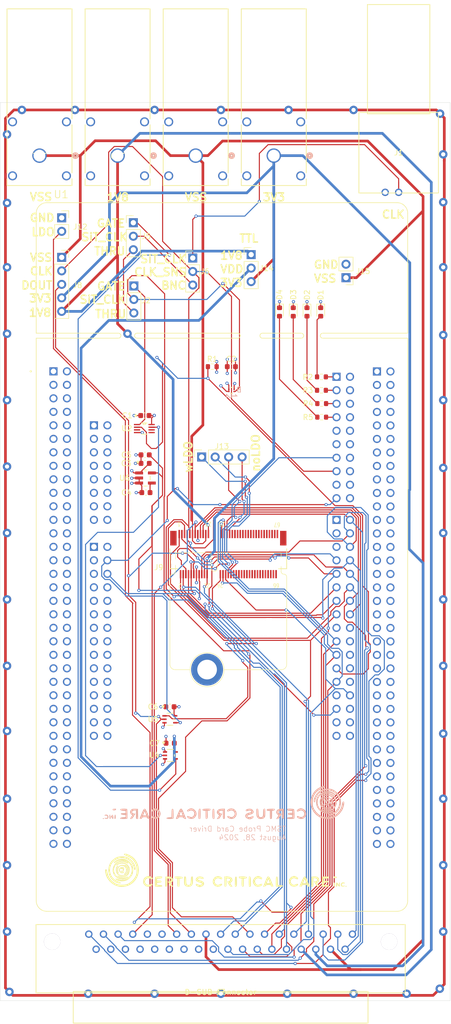
<source format=kicad_pcb>
(kicad_pcb (version 20240108) (generator "pcbnew") (generator_version "8.0")
  (layers (0 "F.Cu" signal) (1 "In1.Cu" power "GND") (2 "In2.Cu" power "PWR") (31 "B.Cu" signal) (34 "B.Paste" user) (35 "F.Paste" user) (36 "B.SilkS" user "B.Silkscreen") (37 "F.SilkS" user "F.Silkscreen") (38 "B.Mask" user) (39 "F.Mask" user) (44 "Edge.Cuts" user))
  (net 0 "")
  (net 1 "GND")
  (net 2 "+3.3V")
  (net 3 "Net-(U6-BYPASS)")
  (net 4 "+1V8")
  (net 5 "VDD_SMU")
  (net 6 "Net-(J6-Pin_1)")
  (net 7 "Net-(J2-Pin_1)")
  (net 8 "Net-(J2-Pin_3)")
  (net 9 "OSC_3V3_PA0_D32")
  (net 10 "VDD_SMU_3V3")
  (net 11 "VSS_SMU")
  (net 12 "Net-(J5-Pin_1)")
  (net 13 "Net-(J5-Pin_2)")
  (net 14 "CLK_TO_SENSOR")
  (net 15 "D_OUT_TX_PD5_D53")
  (net 16 "selX_1")
  (net 17 "ip_en")
  (net 19 "selX_2")
  (net 20 "mode_0")
  (net 21 "LDO_out")
  (net 22 "test_ready_out")
  (net 23 "por_en")
  (net 25 "margin_Read_1")
  (net 28 "selY_0")
  (net 29 "VDD_SMU_1V8")
  (net 30 "Ref_osc_div4")
  (net 31 "selY_2")
  (net 32 "selY_1")
  (net 34 "selX_0")
  (net 35 "PSI_osc_div4")
  (net 38 "selY_3")
  (net 39 "mode_1")
  (net 40 "test_enable")
  (net 41 "margin_Read_0")
  (net 44 "test_data_out")
  (net 45 "wLDO_PAD2")
  (net 46 "noLDO_PAD1")
  (net 47 "wLDO_PAD1")
  (net 48 "noLDO_PAD2")
  (net 49 "SiT_CLK_EN_PD11_D30")
  (net 97 "D_OUT_RX_PD6_D52")
  (net 120 "+5V")
  (net 256 "Net-(U4-A)")
  (net 295 "Net-(D1-A)")
  (net 296 "Net-(D2-A)")
  (net 297 "Net-(D3-A)")
  (net 298 "Net-(D4-A)")
  (net 299 "LED_0")
  (net 300 "LED_1")
  (net 301 "LED_2")
  (net 302 "LED_3")
  (footprint "Resistor_SMD:R_0603_1608Metric" (layer "F.Cu") (at 190.525 125.725)
    (property "Reference" "R5")
    (property "Value" "330")
  )
  (footprint "Connector_PinHeader_2.54mm:PinHeader_1x03_P2.54mm_Vertical" (layer "F.Cu") (at 155.025 89.145)
    (property "Reference" "J5")
    (property "Value" "Conn_01x03_Pin")
  )
  (footprint "LED_SMD:LED_0603_1608Metric" (layer "F.Cu") (at 185.16 105.94 -90)
    (property "Reference" "D3")
    (property "Value" "LED")
  )
  (footprint "Connector_PinHeader_2.54mm:PinHeader_1x03_P2.54mm_Vertical" (layer "F.Cu") (at 166.225 95.785)
    (property "Reference" "J6")
    (property "Value" "Conn_01x03_Pin")
  )
  (footprint "Connector_PinHeader_2.54mm:PinHeader_1x02_P2.54mm_Vertical" (layer "F.Cu") (at 195.1 99.49 180)
    (property "Reference" "J15")
    (property "Value" "Conn_01x02_Pin")
  )
  (footprint "Resistor_SMD:R_0603_1608Metric" (layer "F.Cu") (at 190.475 118.15)
    (property "Reference" "R2")
    (property "Value" "330")
  )
  (footprint "Capacitor_SMD:C_0603_1608Metric" (layer "F.Cu") (at 157.2 125.425 180)
    (property "Reference" "C1")
    (property "Value" "100nF")
  )
  (footprint "Resistor_SMD:R_0603_1608Metric" (layer "F.Cu") (at 169.9 116.225)
    (property "Reference" "R1")
    (property "Value" "10K")
  )
  (footprint "Connector_PinSocket_2.54mm:PinSocket_1x04_P2.54mm_Vertical" (layer "F.Cu") (at 167.905 133.225 90)
    (property "Reference" "J13")
    (property "Value" "MEMS_PINOUT")
  )
  (footprint "Capacitor_SMD:C_0603_1608Metric" (layer "F.Cu") (at 157.4 139.925 180)
    (property "Reference" "C4")
    (property "Value" "10nF")
  )
  (footprint "LED_SMD:LED_0603_1608Metric" (layer "F.Cu") (at 182.57 105.94 -90)
    (property "Reference" "D4")
    (property "Value" "LED")
  )
  (footprint "InHouseFootprints:CONN_CONBN_LNX" (layer "F.Cu") (at 205.025 75.9701)
    (property "Reference" "J1")
    (property "Value" "BNC")
  )
  (footprint "InHouseFootprints:BGA4_SiT1532_SIT" (layer "F.Cu") (at 173.525 119.825)
    (property "Reference" "XTAL1" (hide yes))
    (property "Value" "SIT1552AC-JE-DCC-32.768E")
  )
  (footprint "Connector_PinHeader_2.54mm:PinHeader_1x03_P2.54mm_Vertical" (layer "F.Cu") (at 155.125 101.045)
    (property "Reference" "J2")
    (property "Value" "Conn_01x03_Pin")
  )
  (footprint "InHouseFootprints:DCU8" (layer "F.Cu") (at 157.0966 127.875)
    (property "Reference" "U2")
    (property "Value" "74LVC2G08")
  )
  (footprint "Resistor_SMD:R_0603_1608Metric" (layer "F.Cu") (at 190.525 123.175)
    (property "Reference" "R4")
    (property "Value" "330")
  )
  (footprint "Capacitor_SMD:C_0603_1608Metric" (layer "F.Cu") (at 161.968 187.074999 180)
    (property "Reference" "C7")
    (property "Value" "100nF")
  )
  (footprint "Capacitor_SMD:C_0603_1608Metric" (layer "F.Cu") (at 161.925 180.225 180)
    (property "Reference" "C6")
    (property "Value" "100nF")
  )
  (footprint "InHouseFootprints:SC70-5_2P2X1P3_ONS" (layer "F.Cu") (at 161.909 182.575001)
    (property "Reference" "U5")
    (property "Value" "FXLP34P5X")
  )
  (footprint "Connector_PinSocket_2.54mm:PinSocket_1x05_P2.54mm_Vertical" (layer "F.Cu") (at 141.525 95.665)
    (property "Reference" "J8")
    (property "Value" "LP8_PINOUT")
  )
  (footprint "InHouseFootprints:MODULE_NUCLEO-F429ZI" (layer "F.Cu") (at 171.725604 152.0398)
    (property "Reference" "U1")
    (property "Value" "NUCLEO-F429ZI")
  )
  (footprint "InHouseFootprints:CONN1_FCR7350R_CLF" (layer "F.Cu") (at 137.3436 76.522305 180)
    (property "Reference" "J11")
    (property "Value" "FCR7350R")
  )
  (footprint "InHouseFootprints:CONN1_FCR7350R_CLF" (layer "F.Cu") (at 152.0596 76.522305 180)
    (property "Reference" "J10")
    (property "Value" "FCR7350R")
  )
  (footprint "LED_SMD:LED_0603_1608Metric" (layer "F.Cu") (at 187.75 105.94 -90)
    (property "Reference" "D2")
    (property "Value" "LED")
  )
  (footprint "InHouseFootprints:M.2-CONNECTOR-E" (layer "F.Cu") (at 172.9247 152.9975 180)
    (property "Reference" "J9")
    (property "Value" "MDT420E01001" (hide yes))
  )
  (footprint "InHouseFootprints:D37P33E4GX00LF" (layer "F.Cu") (at 171.475 233.924998 180)
    (property "Reference" "J7")
    (property "Value" "D-SUB Connector")
  )
  (footprint "Resistor_SMD:R_0603_1608Metric" (layer "F.Cu") (at 190.475 120.675)
    (property "Reference" "R3")
    (property "Value" "330")
  )
  (footprint "Connector_PinSocket_2.54mm:PinSocket_1x02_P2.54mm_Vertical" (layer "F.Cu") (at 141.525 88.225)
    (property "Reference" "J12")
    (property "Value" "LDO_SAMPLE")
  )
  (footprint "LED_SMD:LED_0603_1608Metric" (layer "F.Cu") (at 190.34 105.94 -90)
    (property "Reference" "D1")
    (property "Value" "LED")
  )
  (footprint "Capacitor_SMD:C_0603_1608Metric" (layer "F.Cu") (at 157.25 134.425 180)
    (property "Reference" "C3")
    (property "Value" "1uF")
  )
  (footprint "InHouseFootprints:CONN1_FCR7350R_CLF" (layer "F.Cu") (at 166.7756 76.522305 180)
    (property "Reference" "J4")
    (property "Value" "FCR7350R")
  )
  (footprint "Capacitor_SMD:C_0603_1608Metric" (layer "F.Cu") (at 173.5 116.225)
    (property "Reference" "C2")
    (property "Value" "1uF")
  )
  (footprint "InHouseFootprints:CertusHorizontalLogoFull" (layer "F.Cu") (at 172.45 211.125)
    (property "Reference" "G***" (hide yes))
    (property "Value" "LOGO" (hide yes))
  )
  (footprint "Connector_PinHeader_2.54mm:PinHeader_1x03_P2.54mm_Vertical" (layer "F.Cu") (at 177.225 95.145)
    (property "Reference" "J14")
    (property "Value" "Conn_01x03_Pin")
  )
  (footprint "InHouseFootprints:DBV5" (layer "F.Cu") (at 157.3188 137.174999)
    (property "Reference" "U6")
    (property "Value" "TPS79018DBVT")
  )
  (footprint "InHouseFootprints:CONN1_FCR7350R_CLF" (layer "F.Cu") (at 181.4916 76.522305 180)
    (property "Reference" "J3")
    (property "Value" "FCR7350R")
  )
  (footprint "Capacitor_SMD:C_0603_1608Metric" (layer "F.Cu") (at 157.25 132.825 180)
    (property "Reference" "C5")
    (property "Value" "4.7uF")
  )
  (footprint "InHouseFootprints:SC70-5_2P2X1P3_ONS" (layer "F.Cu") (at 162.009 189.374999)
    (property "Reference" "U4")
    (property "Value" "FXLP34P5X")
  )
  (footprint "" (layer "F.Cu") (at 168.925 173.225 180)
    (property "Reference" "")
    (property "Value" "")
  )
  (footprint "InHouseFootprints:CertusHorizontalLogoFull" (layer "B.Cu") (at 172.025 198.375 180)
    (property "Reference" "G***" (hide yes))
    (property "Value" "LOGO" (hide yes))
  )
  (gr_rect (start 129.925 66.525) (end 214.725 235.525) (stroke (width 0.05)) (fill none) (layer "Edge.Cuts"))
  (gr_text "TSMC Probe Card Driver\nAugust 28, 2024" (at 183.85 205.4 -0) (layer "B.SilkS") (effects (font (size 1 1) (thickness 0.1)) (justify left bottom mirror)))
  (gr_text "VDD" (at 171.25 98.75 0) (layer "F.SilkS") (effects (font (size 1.5 1.5) (thickness 0.3) (bold yes)) (justify left bottom)))
  (gr_text "GND" (at 135.35 89.1 0) (layer "F.SilkS") (effects (font (size 1.5 1.5) (thickness 0.3) (bold yes)) (justify left bottom)))
  (gr_text "VSS" (at 188.9 100.525 0) (layer "F.SilkS") (effects (font (size 1.5 1.5) (thickness 0.3) (bold yes)) (justify left bottom)))
  (gr_text "TTL" (at 174.85 92.975 0) (layer "F.SilkS") (effects (font (size 1.5 1.5) (thickness 0.3) (bold yes)) (justify left bottom)))
  (gr_text "wLDO" (at 166.25 136.325 90) (layer "F.SilkS") (effects (font (size 1.5 1.5) (thickness 0.3) (bold yes)) (justify left bottom)))
  (gr_text "GATE" (at 148.025 101.975 0) (layer "F.SilkS") (effects (font (size 1.5 1.5) (thickness 0.3) (bold yes)) (justify left bottom)))
  (gr_text "THRU" (at 147.5 95.375 0) (layer "F.SilkS") (effects (font (size 1.5 1.5) (thickness 0.3) (bold yes)) (justify left bottom)))
  (gr_text "CLK_SNS" (at 155.025 99.3 0) (layer "F.SilkS") (effects (font (size 1.5 1.5) (thickness 0.3) (bold yes)) (justify left bottom)))
  (gr_text "CLK" (at 201.7 88.475 0) (layer "F.SilkS") (effects (font (size 1.5 1.5) (thickness 0.3) (bold yes)) (justify left bottom)))
  (gr_text "VSS" (at 135.375 96.575 0) (layer "F.SilkS") (effects (font (size 1.5 1.5) (thickness 0.3) (bold yes)) (justify left bottom)))
  (gr_text "SiT_CLK" (at 144.725 104.475 0) (layer "F.SilkS") (effects (font (size 1.5 1.5) (thickness 0.3) (bold yes)) (justify left bottom)))
  (gr_text "SiT_CLK" (at 145.075 92.725 0) (layer "F.SilkS") (effects (font (size 1.5 1.5) (thickness 0.3) (bold yes)) (justify left bottom)))
  (gr_text "GATE" (at 147.975 90.15 0) (layer "F.SilkS") (effects (font (size 1.5 1.5) (thickness 0.3) (bold yes)) (justify left bottom)))
  (gr_text "CLK" (at 135.375 99.125 0) (layer "F.SilkS") (effects (font (size 1.5 1.5) (thickness 0.3) (bold yes)) (justify left bottom)))
  (gr_text "DOUT" (at 133.75 101.8 0) (layer "F.SilkS") (effects (font (size 1.5 1.5) (thickness 0.3) (bold yes)) (justify left bottom)))
  (gr_text "LDO" (at 135.675 91.775 0) (layer "F.SilkS") (effects (font (size 1.5 1.5) (thickness 0.3) (bold yes)) (justify left bottom)))
  (gr_text "BNC" (at 160.125 101.825 0) (layer "F.SilkS") (effects (font (size 1.5 1.5) (thickness 0.3) (bold yes)) (justify left bottom)))
  (gr_text "1V8" (at 149.825 85.225 0) (layer "F.SilkS") (effects (font (size 1.5 1.5) (thickness 0.3) (bold yes)) (justify left bottom)))
  (gr_text "3V3" (at 135.225 104.25 0) (layer "F.SilkS") (effects (font (size 1.5 1.5) (thickness 0.3) (bold yes)) (justify left bottom)))
  (gr_text "3V3" (at 179.25 85.225 0) (layer "F.SilkS") (effects (font (size 1.5 1.5) (thickness 0.3) (bold yes)) (justify left bottom)))
  (gr_text "THRU" (at 147.675 107.2 0) (layer "F.SilkS") (effects (font (size 1.5 1.5) (thickness 0.3) (bold yes)) (justify left bottom)))
  (gr_text "1V8" (at 135.175 106.95 0) (layer "F.SilkS") (effects (font (size 1.5 1.5) (thickness 0.3) (bold yes)) (justify left bottom)))
  (gr_text "VSS" (at 135.35 85.175 0) (layer "F.SilkS") (effects (font (size 1.5 1.5) (thickness 0.3) (bold yes)) (justify left bottom)))
  (gr_text "SiT_CLK" (at 156.175 96.85 0) (layer "F.SilkS") (effects (font (size 1.5 1.5) (thickness 0.3) (bold yes)) (justify left bottom)))
  (gr_text "VSS" (at 164.575 85.225 0) (layer "F.SilkS") (effects (font (size 1.5 1.5) (thickness 0.3) (bold yes)) (justify left bottom)))
  (gr_text "noLDO" (at 178.975 136.15 90) (layer "F.SilkS") (effects (font (size 1.5 1.5) (thickness 0.3) (bold yes)) (justify left bottom)))
  (gr_text "3V3" (at 171.2 101.325 0) (layer "F.SilkS") (effects (font (size 1.5 1.5) (thickness 0.3) (bold yes)) (justify left bottom)))
  (gr_text "GND" (at 188.875 97.925 0) (layer "F.SilkS") (effects (font (size 1.5 1.5) (thickness 0.3) (bold yes)) (justify left bottom)))
  (gr_text "1V8" (at 171.25 96.2 0) (layer "F.SilkS") (effects (font (size 1.5 1.5) (thickness 0.3) (bold yes)) (justify left bottom)))
  (segment (start 132.325 234.525) (end 130.925 233.125) (width 0.5) (layer "F.Cu") (net 1))
  (segment (start 130.925 72.525) (end 130.925 69.525) (width 0.5) (layer "F.Cu") (net 1))
  (segment (start 130.925 122.525) (end 130.925 110.025) (width 0.5) (layer "F.Cu") (net 1))
  (segment (start 213.625 69.425) (end 212.125 67.925) (width 0.5) (layer "F.Cu") (net 1))
  (segment (start 213.625 97.525) (end 213.425 97.525) (width 0.5) (layer "F.Cu") (net 1))
  (segment (start 154.775001 137.174999) (end 154.725 137.225) (width 0.2) (layer "F.Cu") (net 1))
  (segment (start 213.625 147.525) (end 213.625 160.025) (width 0.5) (layer "F.Cu") (net 1))
  (segment (start 190.34 105.1525) (end 190.34 104.015) (width 0.2) (layer "F.Cu") (net 1))
  (segment (start 130.925 222.525) (end 130.925 210.025) (width 0.5) (layer "F.Cu") (net 1))
  (segment (start 213.625 85.275) (end 213.425 85.275) (width 0.5) (layer "F.Cu") (net 1))
  (segment (start 160.993 190.632) (end 160.55 191.075) (width 0.2) (layer "F.Cu") (net 1))
  (segment (start 172.5936 120.8936) (end 171.525 119.825) (width 0.2) (layer "F.Cu") (net 1))
  (segment (start 131.125 85.525) (end 131.225 85.425) (width 0.5) (layer "F.Cu") (net 1))
  (segment (start 213.625 172.525) (end 213.625 185.275) (width 0.5) (layer "F.Cu") (net 1))
  (segment (start 213.625 77.525) (end 213.625 85.275) (width 0.5) (layer "F.Cu") (net 1))
  (segment (start 213.625 222.525) (end 213.625 232.425) (width 0.5) (layer "F.Cu") (net 1))
  (segment (start 174.275 116.225) (end 174.275 114.825) (width 0.2) (layer "F.Cu") (net 1))
  (segment (start 171.525 234.525) (end 171.525 234.225) (width 0.5) (layer "F.Cu") (net 1))
  (segment (start 161.193 185.818) (end 161.175 185.8) (width 0.2) (layer "F.Cu") (net 1))
  (segment (start 130.925 72.525) (end 130.925 85.125) (width 0.5) (layer "F.Cu") (net 1))
  (segment (start 213.625 135.275) (end 213.425 135.275) (width 0.5) (layer "F.Cu") (net 1))
  (segment (start 182.57 105.1525) (end 182.57 103.98) (width 0.2) (layer "F.Cu") (net 1))
  (segment (start 213.625 210.025) (end 213.625 222.525) (width 0.5) (layer "F.Cu") (net 1))
  (segment (start 213.625 122.525) (end 213.425 122.525) (width 0.5) (layer "F.Cu") (net 1))
  (segment (start 130.925 210.025) (end 130.925 197.525) (width 0.5) (layer "F.Cu") (net 1))
  (segment (start 170.725 116.225) (end 170.725 117.275) (width 0.2) (layer "F.Cu") (net 1))
  (segment (start 212.125 67.925) (end 144.025 67.925) (width 0.5) (layer "F.Cu") (net 1))
  (segment (start 213.625 185.275) (end 213.425 185.275) (width 0.5) (layer "F.Cu") (net 1))
  (segment (start 130.925 197.525) (end 130.925 184.775) (width 0.5) (layer "F.Cu") (net 1))
  (segment (start 130.925 72.525) (end 131.225 72.525) (width 0.5) (layer "F.Cu") (net 1))
  (segment (start 173.025001 119.700001) (end 172.675 119.35) (width 0.2) (layer "F.Cu") (net 1))
  (segment (start 213.625 197.525) (end 213.425 197.525) (width 0.5) (layer "F.Cu") (net 1))
  (segment (start 182.57 103.98) (end 182.575 103.975) (width 0.2) (layer "F.Cu") (net 1))
  (segment (start 130.925 97.525) (end 131.225 97.525) (width 0.5) (layer "F.Cu") (net 1))
  (segment (start 213.625 110.275) (end 213.625 122.525) (width 0.5) (layer "F.Cu") (net 1))
  (segment (start 213.625 122.525) (end 213.625 135.275) (width 0.5) (layer "F.Cu") (net 1))
  (segment (start 213.625 160.025) (end 213.425 160.025) (width 0.5) (layer "F.Cu") (net 1))
  (segment (start 130.925 147.525) (end 131.225 147.525) (width 0.5) (layer "F.Cu") (net 1))
  (segment (start 206.525 234.525) (end 206.525 234.225) (width 0.5) (layer "F.Cu") (net 1))
  (segment (start 130.925 172.525) (end 131.225 172.525) (width 0.5) (layer "F.Cu") (net 1))
  (segment (start 160.993 190.024998) (end 160.993 190.632) (width 0.2) (layer "F.Cu") (net 1))
  (segment (start 130.925 160.025) (end 130.925 147.525) (width 0.5) (layer "F.Cu") (net 1))
  (segment (start 130.925 135.025) (end 130.925 122.525) (width 0.5) (layer "F.Cu") (net 1))
  (segment (start 160.893 183.225) (end 160.893 183.757) (width 0.2) (layer "F.Cu") (net 1))
  (segment (start 155.725 128.625001) (end 156.7 128.625) (width 0.2) (layer "F.Cu") (net 1))
  (segment (start 170.725 116.225) (end 170.725 115.275) (width 0.2) (layer "F.Cu") (net 1))
  (segment (start 206.525 234.525) (end 196.525 234.525) (width 0.5) (layer "F.Cu") (net 1))
  (segment (start 213.625 197.525) (end 213.625 210.025) (width 0.5) (layer "F.Cu") (net 1))
  (segment (start 174.275 116.225) (end 174.275 117.375) (width 0.2) (layer "F.Cu") (net 1))
  (segment (start 130.925 184.775) (end 131.225 184.775) (width 0.5) (layer "F.Cu") (net 1))
  (segment (start 130.925 97.525) (end 130.925 85.525) (width 0.5) (layer "F.Cu") (net 1))
  (segment (start 184.025 234.525) (end 171.525 234.525) (width 0.5) (layer "F.Cu") (net 1))
  (segment (start 132.525 67.925) (end 144.025 67.925) (width 0.5) (layer "F.Cu") (net 1))
  (segment (start 154.775 138.125) (end 154.725 138.175) (width 0.2) (layer "F.Cu") (net 1))
  (segment (start 130.925 85.525) (end 131.125 85.525) (width 0.5) (layer "F.Cu") (net 1))
  (segment (start 213.625 147.525) (end 213.425 147.525) (width 0.5) (layer "F.Cu") (net 1))
  (segment (start 130.925 135.025) (end 131.225 135.025) (width 0.5) (layer "F.Cu") (net 1))
  (segment (start 213.625 222.525) (end 213.425 222.525) (width 0.5) (layer "F.Cu") (net 1))
  (segment (start 156.475 132.825) (end 155.525 132.825) (width 0.2) (layer "F.Cu") (net 1))
  (segment (start 130.925 172.525) (end 130.925 160.025) (width 0.5) (layer "F.Cu") (net 1))
  (segment (start 167.1747 147.7225) (end 167.1747 148.8997) (width 0.2) (layer "F.Cu") (net 1))
  (segment (start 213.625 232.425) (end 211.525 234.525) (width 0.5) (layer "F.Cu") (net 1))
  (segment (start 213.625 210.025) (end 213.425 210.025) (width 0.5) (layer "F.Cu") (net 1))
  (segment (start 156.475 134.425) (end 155.425 134.425) (width 0.2) (layer "F.Cu") (net 1))
  (segment (start 130.925 222.525) (end 131.225 222.525) (width 0.5) (layer "F.Cu") (net 1))
  (segment (start 190.34 104.015) (end 190.325 104) (width 0.2) (layer "F.Cu") (net 1))
  (segment (start 156.125 137.174999) (end 154.775001 137.174999) (width 0.2) (layer "F.Cu") (net 1))
  (segment (start 130.925 110.025) (end 130.925 97.525) (width 0.5) (layer "F.Cu") (net 1))
  (segment (start 213.625 135.275) (end 213.625 147.525) (width 0.5) (layer "F.Cu") (net 1))
  (segment (start 130.925 147.525) (end 130.925 135.025) (width 0.5) (layer "F.Cu") (net 1))
  (segment (start 213.625 110.275) (end 213.425 110.275) (width 0.5) (layer "F.Cu") (net 1))
  (segment (start 196.525 234.525) (end 184.025 234.525) (width 0.5) (layer "F.Cu") (net 1))
  (segment (start 213.625 77.525) (end 213.625 76.475) (width 0.5) (layer "F.Cu") (net 1))
  (segment (start 130.925 197.525) (end 131.225 197.525) (width 0.5) (layer "F.Cu") (net 1))
  (segment (start 130.925 122.525) (end 131.225 122.525) (width 0.5) (layer "F.Cu") (net 1))
  (segment (start 160.893 183.757) (end 160.575 184.075) (width 0.2) (layer "F.Cu") (net 1))
  (segment (start 185.16 105.1525) (end 185.16 104.04) (width 0.2) (layer "F.Cu") (net 1))
  (segment (start 171.525 234.525) (end 159.025 234.525) (width 0.5) (layer "F.Cu") (net 1))
  (segment (start 146.525 234.525) (end 132.325 234.525) (width 0.5) (layer "F.Cu") (net 1))
  (segment (start 213.625 160.025) (end 213.625 172.525) (width 0.5) (layer "F.Cu") (net 1))
  (segment (start 156.425 125.425) (end 155.175 125.425) (width 0.2) (layer "F.Cu") (net 1))
  (segment (start 161.193 187.074999) (end 161.193 185.818) (width 0.2) (layer "F.Cu") (net 1))
  (segment (start 130.925 160.025) (end 131.225 160.025) (width 0.5) (layer "F.Cu") (net 1))
  (segment (start 187.75 105.1525) (end 187.75 104) (width 0.2) (layer "F.Cu") (net 1))
  (segment (start 146.525 234.525) (end 146.525 234.225) (width 0.5) (layer "F.Cu") (net 1))
  (segment (start 213.625 172.525) (end 213.425 172.525) (width 0.5) (layer "F.Cu") (net 1))
  (segment (start 130.925 184.775) (end 130.925 172.525) (width 0.5) (layer "F.Cu") (net 1))
  (segment (start 156.125 138.125) (end 154.775 138.125) (width 0.2) (layer "F.Cu") (net 1))
  (segment (start 184.025 234.525) (end 184.025 234.225) (width 0.5) (layer "F.Cu") (net 1))
  (segment (start 185.16 104.04) (end 185.2 104) (width 0.2) (layer "F.Cu") (net 1))
  (segment (start 173.025001 120.4836) (end 173.025001 119.700001) (width 0.2) (layer "F.Cu") (net 1))
  (segment (start 159.025 234.525) (end 146.525 234.525) (width 0.5) (layer "F.Cu") (net 1))
  (segment (start 173.025001 120.8936) (end 172.5936 120.8936) (width 0.2) (layer "F.Cu") (net 1))
  (segment (start 213.625 185.275) (end 213.625 197.525) (width 0.5) (layer "F.Cu") (net 1))
  (segment (start 213.625 97.525) (end 213.625 110.275) (width 0.5) (layer "F.Cu") (net 1))
  (segment (start 161.15 180.225) (end 160.225 180.225) (width 0.2) (layer "F.Cu") (net 1))
  (segment (start 196.525 234.525) (end 196.525 234.225) (width 0.5) (layer "F.Cu") (net 1))
  (segment (start 173.025001 120.4836) (end 173.025001 120.8936) (width 0.2) (layer "F.Cu") (net 1))
  (segment (start 213.625 77.525) (end 213.625 69.425) (width 0.5) (layer "F.Cu") (net 1))
  (segment (start 130.925 233.125) (end 130.925 222.525) (width 0.5) (layer "F.Cu") (net 1))
  (segment (start 130.925 69.525) (end 132.525 67.925) (width 0.5) (layer "F.Cu") (net 1))
  (segment (start 156.625 138.625) (end 156.125 138.125) (width 0.2) (layer "F.Cu") (net 1))
  (segment (start 211.525 234.525) (end 206.525 234.525) (width 0.5) (layer "F.Cu") (net 1))
  (segment (start 156.625 139.925) (end 155.575 139.925) (width 0.2) (layer "F.Cu") (net 1))
  (segment (start 130.925 110.025) (end 131.225 110.025) (width 0.5) (layer "F.Cu") (net 1))
  (segment (start 156.125 137.174999) (end 156.125 138.125) (width 0.2) (layer "F.Cu") (net 1))
  (segment (start 156.475 132.825) (end 156.475 134.425) (width 0.2) (layer "F.Cu") (net 1))
  (segment (start 167.1747 148.8997) (end 167.2 148.925) (width 0.2) (layer "F.Cu") (net 1))
  (segment (start 213.625 76.475) (end 213.425 76.275) (width 0.5) (layer "F.Cu") (net 1))
  (segment (start 213.625 85.275) (end 213.625 97.525) (width 0.5) (layer "F.Cu") (net 1))
  (segment (start 130.925 210.025) (end 131.225 210.025) (width 0.5) (layer "F.Cu") (net 1))
  (segment (start 159.025 234.525) (end 159.025 234.225) (width 0.5) (layer "F.Cu") (net 1))
  (segment (start 156.625 139.925) (end 156.625 138.625) (width 0.2) (layer "F.Cu") (net 1))
  (segment (start 130.925 85.125) (end 131.225 85.425) (width 0.5) (layer "F.Cu") (net 1))
  (via (at 144.025 67.925) (size 1.6) (drill 0.8) (layers "F.Cu" "B.Cu") (net 1))
  (via (at 206.525 234.225) (size 1.6) (drill 0.8) (layers "F.Cu" "B.Cu") (net 1))
  (via (at 131.225 197.525) (size 1.6) (drill 0.8) (layers "F.Cu" "B.Cu") (net 1))
  (via (at 172.675 119.35) (size 0.6) (drill 0.3) (layers "F.Cu" "B.Cu") (net 1))
  (via (at 131.225 172.525) (size 1.6) (drill 0.8) (layers "F.Cu" "B.Cu") (net 1))
  (via (at 167.2 148.925) (size 0.6) (drill 0.3) (layers "F.Cu" "B.Cu") (net 1))
  (via (at 171.525 119.825) (size 0.6) (drill 0.3) (layers "F.Cu" "B.Cu") (net 1))
  (via (at 182.575 103.975) (size 0.6) (drill 0.3) (layers "F.Cu" "B.Cu") (net 1))
  (via (at 213.425 110.275) (size 1.6) (drill 0.8) (layers "F.Cu" "B.Cu") (net 1))
  (via (at 213.425 135.275) (size 1.6) (drill 0.8) (layers "F.Cu" "B.Cu") (net 1))
  (via (at 131.225 110.025) (size 1.6) (drill 0.8) (layers "F.Cu" "B.Cu") (net 1))
  (via (at 212.825 68.625) (size 1.6) (drill 0.8) (layers "F.Cu" "B.Cu") (net 1))
  (via (at 159.025 234.225) (size 1.6) (drill 0.8) (layers "F.Cu" "B.Cu") (net 1))
  (via (at 159.025 67.925) (size 1.6) (drill 0.8) (layers "F.Cu" "B.Cu") (net 1))
  (via (at 131.225 184.775) (size 1.6) (drill 0.8) (layers "F.Cu" "B.Cu") (net 1))
  (via (at 134.025 67.925) (size 1.6) (drill 0.8) (layers "F.Cu" "B.Cu") (net 1))
  (via (at 155.425 134.425) (size 0.6) (drill 0.3) (layers "F.Cu" "B.Cu") (net 1))
  (via (at 131.225 97.525) (size 1.6) (drill 0.8) (layers "F.Cu" "B.Cu") (net 1))
  (via (at 174.275 114.825) (size 0.6) (drill 0.3) (layers "F.Cu" "B.Cu") (net 1))
  (via (at 213.425 160.025) (size 1.6) (drill 0.8) (layers "F.Cu" "B.Cu") (net 1))
  (via (at 131.225 160.025) (size 1.6) (drill 0.8) (layers "F.Cu" "B.Cu") (net 1))
  (via (at 131.225 135.025) (size 1.6) (drill 0.8) (layers "F.Cu" "B.Cu") (net 1))
  (via (at 174.275 117.375) (size 0.6) (drill 0.3) (layers "F.Cu" "B.Cu") (net 1))
  (via (at 196.525 67.925) (size 1.6) (drill 0.8) (layers "F.Cu" "B.Cu") (net 1))
  (via (at 170.725 117.275) (size 0.6) (drill 0.3) (layers "F.Cu" "B.Cu") (net 1))
  (via (at 213.425 222.525) (size 1.6) (drill 0.8) (layers "F.Cu" "B.Cu") (net 1))
  (via (at 161.175 185.8) (size 0.6) (drill 0.3) (layers "F.Cu" "B.Cu") (net 1))
  (via (at 171.525 67.925) (size 1.6) (drill 0.8) (layers "F.Cu" "B.Cu") (net 1))
  (via (at 131.225 222.525) (size 1.6) (drill 0.8) (layers "F.Cu" "B.Cu") (net 1))
  (via (at 213.425 76.275) (size 1.6) (drill 0.8) (layers "F.Cu" "B.Cu") (net 1))
  (via (at 187.75 104) (size 0.6) (drill 0.3) (layers "F.Cu" "B.Cu") (net 1))
  (via (at 131.225 122.525) (size 1.6) (drill 0.8) (layers "F.Cu" "B.Cu") (net 1))
  (via (at 213.425 122.525) (size 1.6) (drill 0.8) (layers "F.Cu" "B.Cu") (net 1))
  (via (at 213.425 97.525) (size 1.6) (drill 0.8) (layers "F.Cu" "B.Cu") (net 1))
  (via (at 131.225 72.525) (size 1.6) (drill 0.8) (layers "F.Cu" "B.Cu") (net 1))
  (via (at 212.775 233.275) (size 1.6) (drill 0.8) (layers "F.Cu" "B.Cu") (net 1))
  (via (at 154.725 137.225) (size 0.6) (drill 0.3) (layers "F.Cu" "B.Cu") (net 1))
  (via (at 213.425 197.525) (size 1.6) (drill 0.8) (layers "F.Cu" "B.Cu") (net 1))
  (via (at 213.425 172.525) (size 1.6) (drill 0.8) (layers "F.Cu" "B.Cu") (net 1))
  (via (at 213.425 147.525) (size 1.6) (drill 0.8) (layers "F.Cu" "B.Cu") (net 1))
  (via (at 213.425 85.275) (size 1.6) (drill 0.8) (layers "F.Cu" "B.Cu") (net 1))
  (via (at 131.225 85.425) (size 1.6) (drill 0.8) (layers "F.Cu" "B.Cu") (net 1))
  (via (at 184.025 234.225) (size 1.6) (drill 0.8) (layers "F.Cu" "B.Cu") (net 1))
  (via (at 155.575 139.925) (size 0.6) (drill 0.3) (layers "F.Cu" "B.Cu") (net 1))
  (via (at 213.425 185.275) (size 1.6) (drill 0.8) (layers "F.Cu" "B.Cu") (net 1))
  (via (at 184.275 67.925) (size 1.6) (drill 0.8) (layers "F.Cu" "B.Cu") (net 1))
  (via (at 131.675 233.875) (size 1.6) (drill 0.8) (layers "F.Cu" "B.Cu") (net 1))
  (via (at 154.725 138.175) (size 0.6) (drill 0.3) (layers "F.Cu" "B.Cu") (net 1))
  (via (at 190.325 104) (size 0.6) (drill 0.3) (layers "F.Cu" "B.Cu") (net 1))
  (via (at 170.725 115.275) (size 0.6) (drill 0.3) (layers "F.Cu" "B.Cu") (net 1))
  (via (at 131.225 147.525) (size 1.6) (drill 0.8) (layers "F.Cu" "B.Cu") (net 1))
  (via (at 155.175 125.425) (size 0.6) (drill 0.3) (layers "F.Cu" "B.Cu") (net 1))
  (via (at 160.225 180.225) (size 0.6) (drill 0.3) (layers "F.Cu" "B.Cu") (net 1))
  (via (at 160.55 191.075) (size 0.6) (drill 0.3) (layers "F.Cu" "B.Cu") (net 1))
  (via (at 155.525 132.825) (size 0.6) (drill 0.3) (layers "F.Cu" "B.Cu") (net 1))
  (via (at 156.7 128.625) (size 0.6) (drill 0.3) (layers "F.Cu" "B.Cu") (net 1))
  (via (at 196.525 234.225) (size 1.6) (drill 0.8) (layers "F.Cu" "B.Cu") (net 1))
  (via (at 131.225 210.025) (size 1.6) (drill 0.8) (layers "F.Cu" "B.Cu") (net 1))
  (via (at 160.575 184.075) (size 0.6) (drill 0.3) (layers "F.Cu" "B.Cu") (net 1))
  (via (at 171.525 234.225) (size 1.6) (drill 0.8) (layers "F.Cu" "B.Cu") (net 1))
  (via (at 146.525 234.225) (size 1.6) (drill 0.8) (layers "F.Cu" "B.Cu") (net 1))
  (via (at 213.425 210.025) (size 1.6) (drill 0.8) (layers "F.Cu" "B.Cu") (net 1))
  (via (at 185.2 104) (size 0.6) (drill 0.3) (layers "F.Cu" "B.Cu") (net 1))
  (segment (start 158.025 134.425) (end 156.225002 136.224998) (width 0.2) (layer "F.Cu") (net 2))
  (segment (start 160.993 188.725) (end 160.993 188.418) (width 0.2) (layer "F.Cu") (net 2))
  (segment (start 174.024999 119.500001) (end 174.125 119.4) (width 0.2) (layer "F.Cu") (net 2))
  (segment (start 158.4682 125.9068) (end 158.975 125.4) (width 0.2) (layer "F.Cu") (net 2))
  (segment (start 166.9247 153.9253) (end 166.925 153.925) (width 0.2) (layer "F.Cu") (net 2))
  (segment (start 158.4682 127.124999) (end 158.4682 125.9068) (width 0.2) (layer "F.Cu") (net 2))
  (segment (start 174.024999 120.4836) (end 174.024999 119.500001) (width 0.2) (layer "F.Cu") (net 2))
  (segment (start 162.7 180.225) (end 162.7 181.700002) (width 0.2) (layer "F.Cu") (net 2))
  (segment (start 155.149998 136.224998) (end 154.725 135.8) (width 0.2) (layer "F.Cu") (net 2))
  (segment (start 172.725 116.225) (end 172.725 117.5) (width 0.2) (layer "F.Cu") (net 2))
  (segment (start 162.7 181.700002) (end 162.925 181.925002) (width 0.2) (layer "F.Cu") (net 2))
  (segment (start 172.725 116.225) (end 172.725 114.85) (width 0.2) (layer "F.Cu") (net 2))
  (segment (start 162.7 180.225) (end 163.625 180.225) (width 0.2) (layer "F.Cu") (net 2))
  (segment (start 166.9247 155.2725) (end 166.9247 156.8747) (width 0.2) (layer "F.Cu") (net 2))
  (segment (start 166.9247 155.2725) (end 166.9247 153.9253) (width 0.2) (layer "F.Cu") (net 2))
  (segment (start 157.975 125.425) (end 158.95 125.425) (width 0.2) (layer "F.Cu") (net 2))
  (segment (start 166.9247 156.8747) (end 166.925 156.875) (width 0.2) (layer "F.Cu") (net 2))
  (segment (start 160.993 188.418) (end 160.675 188.1) (width 0.2) (layer "F.Cu") (net 2))
  (segment (start 156.225002 136.224998) (end 156.125 136.224998) (width 0.2) (layer "F.Cu") (net 2))
  (segment (start 158.95 125.425) (end 158.975 125.4) (width 0.2) (layer "F.Cu") (net 2))
  (segment (start 156.125 136.224998) (end 155.149998 136.224998) (width 0.2) (layer "F.Cu") (net 2))
  (via (at 160.675 188.1) (size 0.6) (drill 0.3) (layers "F.Cu" "B.Cu") (net 2))
  (via (at 166.925 156.875) (size 0.6) (drill 0.3) (layers "F.Cu" "B.Cu") (net 2))
  (via (at 163.625 180.225) (size 0.6) (drill 0.3) (layers "F.Cu" "B.Cu") (net 2))
  (via (at 166.925 153.925) (size 0.6) (drill 0.3) (layers "F.Cu" "B.Cu") (net 2))
  (via (at 172.725 117.5) (size 0.6) (drill 0.3) (layers "F.Cu" "B.Cu") (net 2))
  (via (at 174.125 119.4) (size 0.6) (drill 0.3) (layers "F.Cu" "B.Cu") (net 2))
  (via (at 154.725 135.8) (size 0.6) (drill 0.3) (layers "F.Cu" "B.Cu") (net 2))
  (via (at 172.725 114.85) (size 0.6) (drill 0.3) (layers "F.Cu" "B.Cu") (net 2))
  (via (at 158.975 125.4) (size 0.6) (drill 0.3) (layers "F.Cu" "B.Cu") (net 2))
  (segment (start 158.175 138.4626) (end 158.5126 138.125) (width 0.2) (layer "F.Cu") (net 3))
  (segment (start 158.175 139.925) (end 158.175 138.4626) (width 0.2) (layer "F.Cu") (net 3))
  (segment (start 158.5236 149.9736) (end 158.5236 142.4264) (width 0.2) (layer "F.Cu") (net 4))
  (segment (start 156.075 158.325) (end 156.075 152.4222) (width 0.2) (layer "F.Cu") (net 4))
  (segment (start 160.525 137.225) (end 160.525 137.025) (width 0.2) (layer "F.Cu") (net 4))
  (segment (start 159.724998 136.224998) (end 158.5126 136.224998) (width 0.2) (layer "F.Cu") (net 4))
  (segment (start 160.525 135.325) (end 160.525 137.225) (width 0.2) (layer "F.Cu") (net 4))
  (segment (start 167.4247 156.526171) (end 167.525 156.626471) (width 0.2) (layer "F.Cu") (net 4))
  (segment (start 160.525 140.425) (end 158.575 142.375) (width 0.2) (layer "F.Cu") (net 4))
  (segment (start 167.525 159.825) (end 167.464951 159.885049) (width 0.2) (layer "F.Cu") (net 4))
  (segment (start 158.575 219.345003) (end 154.915003 223.005) (width 0.2) (layer "F.Cu") (net 4))
  (segment (start 158.025 132.825) (end 160.525 135.325) (width 0.2) (layer "F.Cu") (net 4))
  (segment (start 160.525 137.025) (end 159.724998 136.224998) (width 0.2) (layer "F.Cu") (net 4))
  (segment (start 156.075 152.4222) (end 158.5236 149.9736) (width 0.2) (layer "F.Cu") (net 4))
  (segment (start 158.5236 142.4264) (end 160.525 140.425) (width 0.2) (layer "F.Cu") (net 4))
  (segment (start 158.575 142.375) (end 158.575 219.345003) (width 0.2) (layer "F.Cu") (net 4))
  (segment (start 167.4247 155.2725) (end 167.4247 156.526171) (width 0.2) (layer "F.Cu") (net 4))
  (segment (start 160.525 140.425) (end 160.525 137.225) (width 0.2) (layer "F.Cu") (net 4))
  (segment (start 167.525 156.626471) (end 167.525 159.825) (width 0.2) (layer "F.Cu") (net 4))
  (segment (start 154.915003 223.005) (end 156.075 221.845003) (width 0.2) (layer "F.Cu") (net 4))
  (via (at 167.464951 159.885049) (size 0.6) (drill 0.3) (layers "F.Cu" "B.Cu") (net 4))
  (via (at 156.075 158.325) (size 0.6) (drill 0.3) (layers "F.Cu" "B.Cu") (net 4))
  (segment (start 167.464951 159.016422) (end 166.773529 158.325) (width 0.2) (layer "B.Cu") (net 4))
  (segment (start 166.773529 158.325) (end 156.075 158.325) (width 0.2) (layer "B.Cu") (net 4))
  (segment (start 167.464951 159.885049) (end 167.464951 159.016422) (width 0.2) (layer "B.Cu") (net 4))
  (segment (start 162.743 188.443) (end 163.025 188.725) (width 0.2) (layer "F.Cu") (net 5))
  (segment (start 162.743 185.782) (end 162.75 185.775) (width 0.2) (layer "F.Cu") (net 5))
  (segment (start 162.743 187.074999) (end 162.743 188.443) (width 0.2) (layer "F.Cu") (net 5))
  (segment (start 162.743 187.074999) (end 162.743 185.782) (width 0.2) (layer "F.Cu") (net 5))
  (via (at 162.75 185.775) (size 0.6) (drill 0.3) (layers "F.Cu" "B.Cu") (net 5))
  (segment (start 150.725 195.15) (end 158.025 195.15) (width 0.5) (layer "B.Cu") (net 5))
  (segment (start 145.175 112.750556) (end 145.175 189.6) (width 0.5) (layer "B.Cu") (net 5))
  (segment (start 150.400556 107.525) (end 145.175 112.750556) (width 0.5) (layer "B.Cu") (net 5))
  (segment (start 162.75 190.425) (end 162.75 185.775) (width 0.5) (layer "B.Cu") (net 5))
  (segment (start 167.385 107.525) (end 150.400556 107.525) (width 0.5) (layer "B.Cu") (net 5))
  (segment (start 177.225 97.685) (end 167.385 107.525) (width 0.5) (layer "B.Cu") (net 5))
  (segment (start 158.025 195.15) (end 162.75 190.425) (width 0.5) (layer "B.Cu") (net 5))
  (segment (start 145.175 189.6) (end 150.725 195.15) (width 0.5) (layer "B.Cu") (net 5))
  (segment (start 166.225 88.525) (end 166.85 87.9) (width 0.2) (layer "F.Cu") (net 6))
  (segment (start 205.025 80.875) (end 205.025 83.425) (width 0.2) (layer "F.Cu") (net 6))
  (segment (start 179.7 75.175) (end 180 74.875) (width 0.2) (layer "F.Cu") (net 6))
  (segment (start 198.6 74.45) (end 205.025 80.875) (width 0.2) (layer "F.Cu") (net 6))
  (segment (start 179.7 75.175) (end 180.425 74.45) (width 0.2) (layer "F.Cu") (net 6))
  (segment (start 178.775 85.15) (end 178.775 76.1) (width 0.2) (layer "F.Cu") (net 6))
  (segment (start 178.775 76.1) (end 179.7 75.175) (width 0.2) (layer "F.Cu") (net 6))
  (segment (start 166.225 95.785) (end 166.225 88.525) (width 0.2) (layer "F.Cu") (net 6))
  (segment (start 205.025 83.425) (end 205.025 81.511145) (width 0.2) (layer "F.Cu") (net 6))
  (segment (start 180.425 74.45) (end 198.6 74.45) (width 0.2) (layer "F.Cu") (net 6))
  (via (at 178.775 85.15) (size 0.6) (drill 0.3) (layers "F.Cu" "B.Cu") (net 6))
  (via (at 166.85 87.9) (size 0.6) (drill 0.3) (layers "F.Cu" "B.Cu") (net 6))
  (segment (start 166.85 87.9) (end 167 87.75) (width 0.2) (layer "B.Cu") (net 6))
  (segment (start 176.025 87.9) (end 178.775 85.15) (width 0.2) (layer "B.Cu") (net 6))
  (segment (start 166.85 87.9) (end 176.025 87.9) (width 0.2) (layer "B.Cu") (net 6))
  (segment (start 156.1822 127.124999) (end 157.175 126.132199) (width 0.2) (layer "F.Cu") (net 7))
  (segment (start 157.175 103.095) (end 155.125 101.045) (width 0.2) (layer "F.Cu") (net 7))
  (segment (start 155.725 127.124999) (end 156.1822 127.124999) (width 0.2) (layer "F.Cu") (net 7))
  (segment (start 157.175 126.132199) (end 157.175 103.095) (width 0.2) (layer "F.Cu") (net 7))
  (segment (start 153.175 96.075) (end 155.025 94.225) (width 0.2) (layer "F.Cu") (net 8))
  (segment (start 155.125 106.125) (end 153.175 104.175) (width 0.2) (layer "F.Cu") (net 8))
  (segment (start 153.175 104.175) (end 153.175 96.075) (width 0.2) (layer "F.Cu") (net 8))
  (segment (start 175.025 120.109125) (end 175.025 103.67647) (width 0.2) (layer "F.Cu") (net 9))
  (segment (start 172.042158 169.690687) (end 177.007842 169.690687) (width 0.2) (layer "F.Cu") (net 9))
  (segment (start 174.024999 120.8936) (end 174.240525 120.8936) (width 0.2) (layer "F.Cu") (net 9))
  (segment (start 160.825 140.690686) (end 160.825 158.473529) (width 0.2) (layer "F.Cu") (net 9))
  (segment (start 174.240525 120.8936) (end 175.025 120.109125) (width 0.2) (layer "F.Cu") (net 9))
  (segment (start 153.975 99.895) (end 154.77 99.1) (width 0.2) (layer "F.Cu") (net 9))
  (segment (start 153.975 102.435) (end 153.975 99.895) (width 0.2) (layer "F.Cu") (net 9))
  (segment (start 160.825 158.473529) (end 172.042158 169.690687) (width 0.2) (layer "F.Cu") (net 9))
  (segment (start 175.025 103.67647) (end 171.899265 100.550735) (width 0.2) (layer "F.Cu") (net 9))
  (segment (start 154.77 99.1) (end 157.5 99.1) (width 0.2) (layer "F.Cu") (net 9))
  (segment (start 160.925 102.525) (end 160.925 140.590685) (width 0.2) (layer "F.Cu") (net 9))
  (segment (start 189.034997 181.717842) (end 189.034997 181.788898) (width 0.2) (layer "F.Cu") (net 9))
  (segment (start 155.125 103.585) (end 153.975 102.435) (width 0.2) (layer "F.Cu") (net 9))
  (segment (start 177.007842 169.690687) (end 189.034997 181.717842) (width 0.2) (layer "F.Cu") (net 9))
  (segment (start 157.5 99.1) (end 160.925 102.525) (width 0.2) (layer "F.Cu") (net 9))
  (segment (start 160.925 140.590685) (end 160.825 140.690686) (width 0.2) (layer "F.Cu") (net 9))
  (via (at 189.034997 181.788898) (size 0.6) (drill 0.3) (layers "F.Cu" "B.Cu") (net 9))
  (via (at 171.899265 100.550735) (size 0.6) (drill 0.3) (layers "F.Cu" "B.Cu") (net 9))
  (segment (start 171.899265 100.550735) (end 168.865 103.585) (width 0.2) (layer "B.Cu") (net 9))
  (segment (start 192.136506 181.788898) (end 189.034997 181.788898) (width 0.2) (layer "B.Cu") (net 9))
  (segment (start 168.865 103.585) (end 155.125 103.585) (width 0.2) (layer "B.Cu") (net 9))
  (segment (start 193.315604 180.6098) (end 192.136506 181.788898) (width 0.2) (layer "B.Cu") (net 9))
  (segment (start 181.4916 95.9584) (end 181.4916 76.522305) (width 0.5) (layer "F.Cu") (net 10))
  (segment (start 176.594999 178.405001) (end 176.594999 178.075) (width 0.2) (layer "F.Cu") (net 10))
  (segment (start 178.193872 168.331128) (end 172.65049 168.331128) (width 0.2) (layer "F.Cu") (net 10))
  (segment (start 175.630393 171.860394) (end 176.594999 172.825) (width 0.2) (layer "F.Cu") (net 10))
  (segment (start 161.7789 181.925002) (end 162.328898 182.475) (width 0.2) (layer "F.Cu") (net 10))
  (segment (start 160.893 181.925002) (end 161.7789 181.925002) (width 0.2) (layer "F.Cu") (net 10))
  (segment (start 175.630393 171.544607) (end 175.630393 171.860394) (width 0.2) (layer "F.Cu") (net 10))
  (segment (start 162.328898 182.475) (end 172.525 182.475) (width 0.2) (layer "F.Cu") (net 10))
  (segment (start 172.65049 168.331128) (end 172.644362 168.325) (width 0.2) (layer "F.Cu") (net 10))
  (segment (start 168.9247 155.2725) (end 168.9247 157.1253) (width 0.2) (layer "F.Cu") (net 10))
  (segment (start 168.9247 155.2725) (end 168.9247 152.3253) (width 0.2) (layer "F.Cu") (net 10))
  (segment (start 168.9247 157.1253) (end 168.425 157.625) (width 0.2) (layer "F.Cu") (net 10))
  (segment (start 168.9247 152.3253) (end 168.925 152.325) (width 0.2) (layer "F.Cu") (net 10))
  (segment (start 177.225 100.225) (end 181.4916 95.9584) (width 0.5) (layer "F.Cu") (net 10))
  (segment (start 176.594999 178.075) (end 176.594999 172.825) (width 0.2) (layer "F.Cu") (net 10))
  (segment (start 172.525 182.475) (end 176.594999 178.405001) (width 0.2) (layer "F.Cu") (net 10))
  (via (at 178.193872 168.331128) (size 0.6) (drill 0.3) (layers "F.Cu" "B.Cu") (net 10))
  (via (at 168.925 152.325) (size 0.6) (drill 0.3) (layers "F.Cu" "B.Cu") (net 10))
  (via (at 175.630393 171.544607) (size 0.6) (drill 0.3) (layers "F.Cu" "B.Cu") (net 10))
  (via (at 168.425 157.625) (size 0.6) (drill 0.3) (layers "F.Cu" "B.Cu") (net 10))
  (via (at 172.644362 168.325) (size 0.6) (drill 0.3) (layers "F.Cu" "B.Cu") (net 10))
  (segment (start 207.125 96.675) (end 186.975 76.525) (width 0.5) (layer "B.Cu") (net 10))
  (segment (start 207.125 139.375) (end 207.125 96.675) (width 0.5) (layer "B.Cu") (net 10))
  (segment (start 189.414997 226.832827) (end 191.55717 228.975) (width 0.5) (layer "B.Cu") (net 10))
  (segment (start 186.522305 76.522305) (end 181.4916 76.522305) (width 0.5) (layer "B.Cu") (net 10))
  (segment (start 152.525 83.525) (end 176.410679 83.525) (width 0.5) (layer "B.Cu") (net 10))
  (segment (start 172.644362 168.325) (end 172.644362 168.558576) (width 0.2) (layer "B.Cu") (net 10))
  (segment (start 181.4916 133.5584) (end 170.325 144.725) (width 0.5) (layer "B.Cu") (net 10))
  (segment (start 186.525 76.525) (end 186.522305 76.522305) (width 0.5) (layer "B.Cu") (net 10))
  (segment (start 177.83995 168.26005) (end 177.911028 168.331128) (width 0.2) (layer "B.Cu") (net 10))
  (segment (start 168.425 157.625) (end 168.425 158.845099) (width 0.2) (layer "B.Cu") (net 10))
  (segment (start 168.425 158.845099) (end 177.83995 168.26005) (width 0.2) (layer "B.Cu") (net 10))
  (segment (start 170.325 150.925) (end 168.925 152.325) (width 0.5) (layer "B.Cu") (net 10))
  (segment (start 141.525 103.285) (end 150.525 94.285) (width 0.5) (layer "B.Cu") (net 10))
  (segment (start 209.625 153.175) (end 207 150.55) (width 0.5) (layer "B.Cu") (net 10))
  (segment (start 170.325 144.725) (end 170.325 150.925) (width 0.5) (layer "B.Cu") (net 10))
  (segment (start 172.644362 168.558576) (end 175.630393 171.544607) (width 0.2) (layer "B.Cu") (net 10))
  (segment (start 181.4916 76.522305) (end 181.4916 133.5584) (width 0.5) (layer "B.Cu") (net 10))
  (segment (start 205.775 228.975) (end 209.625 225.125) (width 0.5) (layer "B.Cu") (net 10))
  (segment (start 150.525 85.525) (end 152.525 83.525) (width 0.5) (layer "B.Cu") (net 10))
  (segment (start 189.414997 225.844999) (end 189.414997 226.832827) (width 0.5) (layer "B.Cu") (net 10))
  (segment (start 176.410679 83.525) (end 181.4916 78.444079) (width 0.5) (layer "B.Cu") (net 10))
  (segment (start 186.975 76.525) (end 186.525 76.525) (width 0.5) (layer "B.Cu") (net 10))
  (segment (start 177.911028 168.331128) (end 178.193872 168.331128) (width 0.2) (layer "B.Cu") (net 10))
  (segment (start 191.55717 228.975) (end 205.775 228.975) (width 0.5) (layer "B.Cu") (net 10))
  (segment (start 181.4916 78.444079) (end 181.4916 76.522305) (width 0.5) (layer "B.Cu") (net 10))
  (segment (start 207 139.5) (end 207.125 139.375) (width 0.5) (layer "B.Cu") (net 10))
  (segment (start 209.625 225.125) (end 209.625 153.175) (width 0.5) (layer "B.Cu") (net 10))
  (segment (start 150.525 94.285) (end 150.525 85.525) (width 0.5) (layer "B.Cu") (net 10))
  (segment (start 207 150.55) (end 207 139.5) (width 0.5) (layer "B.Cu") (net 10))
  (segment (start 145.027695 76.522305) (end 147.825 73.725) (width 0.5) (layer "F.Cu") (net 11))
  (segment (start 166.025 145.125) (end 166.1747 145.2747) (width 0.2) (layer "F.Cu") (net 11))
  (segment (start 209.625 86.925) (end 197.06 99.49) (width 0.5) (layer "F.Cu") (net 11))
  (segment (start 209.625 224.075) (end 205.9 227.8) (width 0.5) (layer "F.Cu") (net 11))
  (segment (start 166.025 129.325) (end 168.134499 127.215501) (width 0.5) (layer "F.Cu") (net 11))
  (segment (start 166.1747 148.9747) (end 166.725 149.525) (width 0.2) (layer "F.Cu") (net 11))
  (segment (start 204.025 229.675) (end 205.9 227.8) (width 0.5) (layer "F.Cu") (net 11))
  (segment (start 169.725 228.275) (end 168.715 227.265) (width 0.5) (layer "F.Cu") (net 11))
  (segment (start 166.025 143.325) (end 166.025 145.125) (width 0.5) (layer "F.Cu") (net 11))
  (segment (start 147.825 73.725) (end 159.225 73.725) (width 0.5) (layer "F.Cu") (net 11))
  (segment (start 166.1747 147.7225) (end 166.1747 148.9747) (width 0.2) (layer "F.Cu") (net 11))
  (segment (start 192.174997 225.844999) (end 196.004998 229.675) (width 0.5) (layer "F.Cu") (net 11))
  (segment (start 199.2 73.775) (end 209.625 84.2) (width 0.5) (layer "F.Cu") (net 11))
  (segment (start 166.025 143.773529) (end 166.025 143.325) (width 0.2) (layer "F.Cu") (net 11))
  (segment (start 166.725 149.525) (end 168.125 149.525) (width 0.2) (layer "F.Cu") (net 11))
  (segment (start 166.025 143.325) (end 166.025 129.325) (width 0.5) (layer "F.Cu") (net 11))
  (segment (start 169.077695 76.522305) (end 171.825 73.775) (width 0.5) (layer "F.Cu") (net 11))
  (segment (start 166.7756 76.522305) (end 169.077695 76.522305) (width 0.5) (layer "F.Cu") (net 11))
  (segment (start 197.925 229.675) (end 204.025 229.675) (width 0.5) (layer "F.Cu") (net 11))
  (segment (start 162.022305 76.522305) (end 166.7756 76.522305) (width 0.5) (layer "F.Cu") (net 11))
  (segment (start 197.06 99.49) (end 195.1 99.49) (width 0.5) (layer "F.Cu") (net 11))
  (segment (start 137.3436 76.522305) (end 145.027695 76.522305) (width 0.5) (layer "F.Cu") (net 11))
  (segment (start 141.525 95.665) (end 145.027695 92.162305) (width 0.5) (layer "F.Cu") (net 11))
  (segment (start 205.425 228.275) (end 205.9 227.8) (width 0.5) (layer "F.Cu") (net 11))
  (segment (start 159.225 73.725) (end 162.022305 76.522305) (width 0.5) (layer "F.Cu") (net 11))
  (segment (start 192.174997 225.844999) (end 194.604998 228.275) (width 0.5) (layer "F.Cu") (net 11))
  (segment (start 209.625 84.2) (end 209.625 86.925) (width 0.5) (layer "F.Cu") (net 11))
  (segment (start 209.625 86.925) (end 209.625 224.075) (width 0.5) (layer "F.Cu") (net 11))
  (segment (start 168.125 149.525) (end 168.6747 148.9753) (width 0.2) (layer "F.Cu") (net 11))
  (segment (start 196.004998 229.675) (end 197.925 229.675) (width 0.5) (layer "F.Cu") (net 11))
  (segment (start 168.134499 127.215501) (end 168.134499 77.881204) (width 0.5) (layer "F.Cu") (net 11))
  (segment (start 168.6747 148.9753) (end 168.6747 147.7225) (width 0.2) (layer "F.Cu") (net 11))
  (segment (start 145.027695 92.162305) (end 145.027695 76.522305) (width 0.5) (layer "F.Cu") (net 11))
  (segment (start 168.715 227.265) (end 168.715 223.005) (width 0.5) (layer "F.Cu") (net 11))
  (segment (start 171.125 229.675) (end 197.925 229.675) (width 0.5) (layer "F.Cu") (net 11))
  (segment (start 168.134499 77.881204) (end 166.7756 76.522305) (width 0.5) (layer "F.Cu") (net 11))
  (segment (start 171.825 73.775) (end 199.2 73.775) (width 0.5) (layer "F.Cu") (net 11))
  (segment (start 169.725 228.275) (end 171.125 229.675) (width 0.5) (layer "F.Cu") (net 11))
  (segment (start 166.1747 145.2747) (end 166.1747 147.7225) (width 0.2) (layer "F.Cu") (net 11))
  (segment (start 163.025 192.875) (end 159.975 195.925) (width 0.2) (layer "F.Cu") (net 12))
  (segment (start 155.76 89.145) (end 155.025 89.145) (width 0.2) (layer "F.Cu") (net 12))
  (segment (start 163.025 190.024998) (end 163.025 192.875) (width 0.2) (layer "F.Cu") (net 12))
  (segment (start 161.85 95.235) (end 155.76 89.145) (width 0.2) (layer "F.Cu") (net 12))
  (via (at 159.975 195.925) (size 0.6) (drill 0.3) (layers "F.Cu" "B.Cu") (net 12))
  (via (at 161.85 95.235) (size 0.6) (drill 0.3) (layers "F.Cu" "B.Cu") (net 12))
  (segment (start 156.64 95.235) (end 161.85 95.235) (width 0.2) (layer "B.Cu") (net 12))
  (segment (start 159.975 195.925) (end 150.722183 195.925) (width 0.2) (layer "B.Cu") (net 12))
  (segment (start 144.625 189.827817) (end 144.625 107.25) (width 0.2) (layer "B.Cu") (net 12))
  (segment (start 144.625 107.25) (end 156.64 95.235) (width 0.2) (layer "B.Cu") (net 12))
  (segment (start 150.722183 195.925) (end 144.625 189.827817) (width 0.2) (layer "B.Cu") (net 12))
  (segment (start 157.045 91.685) (end 166.225 100.865) (width 0.2) (layer "F.Cu") (net 13))
  (segment (start 155.025 91.685) (end 157.045 91.685) (width 0.2) (layer "F.Cu") (net 13))
  (segment (start 154.8697 74.8) (end 160.5447 80.475) (width 0.2) (layer "F.Cu") (net 14))
  (segment (start 167.375 101.434499) (end 167.375 99.475) (width 0.2) (layer "F.Cu") (net 14))
  (segment (start 150.375 75.860866) (end 151.435866 74.8) (width 0.2) (layer "F.Cu") (net 14))
  (segment (start 187.121486 135.9058) (end 178.282843 127.067157) (width 0.2) (layer "F.Cu") (net 14))
  (segment (start 173.525 103.025) (end 168.925 98.425) (width 0.2) (layer "F.Cu") (net 14))
  (segment (start 160.5447 92.6447) (end 166.225 98.325) (width 0.2) (layer "F.Cu") (net 14))
  (segment (start 193.315604 135.9058) (end 187.121486 135.9058) (width 0.2) (layer "F.Cu") (net 14))
  (segment (start 164.225 145.025) (end 165.475 146.275) (width 0.2) (layer "F.Cu") (net 14))
  (segment (start 162.725 159.525) (end 161.225 158.025) (width 0.2) (layer "F.Cu") (net 14))
  (segment (start 167.375 99.475) (end 166.225 98.325) (width 0.2) (layer "F.Cu") (net 14))
  (segment (start 165.6747 147.7225) (end 165.6747 146.6975) (width 0.2) (layer "F.Cu") (net 14))
  (segment (start 165.475 103.334499) (end 167.375 101.434499) (width 0.2) (layer "F.Cu") (net 14))
  (segment (start 141.525 98.205) (end 150.375 89.355) (width 0.2) (layer "F.Cu") (net 14))
  (segment (start 178.282843 127.067157) (end 173.525 122.309314) (width 0.2) (layer "F.Cu") (net 14))
  (segment (start 165.6747 146.6975) (end 165.475 146.4978) (width 0.2) (layer "F.Cu") (net 14))
  (segment (start 160.5447 80.475) (end 160.5447 92.6447) (width 0.2) (layer "F.Cu") (net 14))
  (segment (start 165.475 146.275) (end 165.475 146.4978) (width 0.2) (layer "F.Cu") (net 14))
  (segment (start 173.525 122.309314) (end 173.525 103.025) (width 0.2) (layer "F.Cu") (net 14))
  (segment (start 161.225 158.025) (end 161.225 146.459315) (width 0.2) (layer "F.Cu") (net 14))
  (segment (start 165.475 146.4978) (end 165.475 103.334499) (width 0.2) (layer "F.Cu") (net 14))
  (segment (start 162.659315 145.025) (end 164.225 145.025) (width 0.2) (layer "F.Cu") (net 14))
  (segment (start 161.225 146.459315) (end 162.659315 145.025) (width 0.2) (layer "F.Cu") (net 14))
  (segment (start 151.435866 74.8) (end 154.8697 74.8) (width 0.2) (layer "F.Cu") (net 14))
  (segment (start 150.375 89.355) (end 150.375 75.860866) (width 0.2) (layer "F.Cu") (net 14))
  (via (at 162.725 159.525) (size 0.6) (drill 0.3) (layers "F.Cu" "B.Cu") (net 14))
  (via (at 168.925 98.425) (size 0.6) (drill 0.3) (layers "F.Cu" "B.Cu") (net 14))
  (segment (start 177.631862 172.011765) (end 174.65147 169.031373) (width 0.2) (layer "B.Cu") (net 14))
  (segment (start 165.22794 159.325) (end 162.925 159.325) (width 0.2) (layer "B.Cu") (net 14))
  (segment (start 183.094998 214.145002) (end 183.094998 176.343528) (width 0.2) (layer "B.Cu") (net 14))
  (segment (start 183.094998 176.343528) (end 178.763235 172.011765) (width 0.2) (layer "B.Cu") (net 14))
  (segment (start 162.925 159.325) (end 162.725 159.525) (width 0.2) (layer "B.Cu") (net 14))
  (segment (start 178.763235 172.011765) (end 177.631862 172.011765) (width 0.2) (layer "B.Cu") (net 14))
  (segment (start 174.65147 169.031373) (end 174.65147 168.74853) (width 0.2) (layer "B.Cu") (net 14))
  (segment (start 168.825 98.325) (end 166.225 98.325) (width 0.2) (layer "B.Cu") (net 14))
  (segment (start 174.65147 168.74853) (end 165.22794 159.325) (width 0.2) (layer "B.Cu") (net 14))
  (segment (start 168.925 98.425) (end 168.825 98.325) (width 0.2) (layer "B.Cu") (net 14))
  (segment (start 174.235 223.005) (end 183.094998 214.145002) (width 0.2) (layer "B.Cu") (net 14))
  (segment (start 172.982108 153.367892) (end 171.28456 153.367892) (width 0.2) (layer "F.Cu") (net 15))
  (segment (start 165.9247 158.3247) (end 166.525 158.925) (width 0.2) (layer "F.Cu") (net 15))
  (segment (start 165.9247 155.2725) (end 165.9247 158.3247) (width 0.2) (layer "F.Cu") (net 15))
  (segment (start 171.28456 153.367892) (end 170.427452 154.225) (width 0.2) (layer "F.Cu") (net 15))
  (segment (start 165.875 152.975) (end 165.9247 153.0247) (width 0.2) (layer "F.Cu") (net 15))
  (segment (start 165.9247 153.0247) (end 165.9247 155.2725) (width 0.2) (layer "F.Cu") (net 15))
  (via (at 166.525 158.925) (size 0.6) (drill 0.3) (layers "F.Cu" "B.Cu") (net 15))
  (via (at 170.427452 154.225) (size 0.6) (drill 0.3) (layers "F.Cu" "B.Cu") (net 15))
  (via (at 165.875 152.975) (size 0.6) (drill 0.3) (layers "F.Cu" "B.Cu") (net 15))
  (via (at 172.982108 153.367892) (size 0.6) (drill 0.3) (layers "F.Cu" "B.Cu") (net 15))
  (segment (start 173.638909 142.188909) (end 173.638909 145.111091) (width 0.2) (layer "B.Cu") (net 15))
  (segment (start 182.694998 176.509214) (end 178.992892 172.807108) (width 0.2) (layer "B.Cu") (net 15))
  (segment (start 179.199314 217.475) (end 182.694998 213.979316) (width 0.2) (layer "B.Cu") (net 15))
  (segment (start 177.741424 172.807108) (end 174.068627 169.134312) (width 0.2) (layer "B.Cu") (net 15))
  (segment (start 168.559314 154.225) (end 167.309314 152.975) (width 0.2) (layer "B.Cu") (net 15))
  (segment (start 173.638909 145.111091) (end 171.825 146.925) (width 0.2) (layer "B.Cu") (net 15))
  (segment (start 193.315604 133.3658) (end 182.462018 133.3658) (width 0.2) (layer "B.Cu") (net 15))
  (segment (start 153.850804 158.925) (end 150.135604 155.2098) (width 0.2) (layer "B.Cu") (net 15))
  (segment (start 173.613909 142.213909) (end 173.638909 142.188909) (width 0.2) (layer "B.Cu") (net 15))
  (segment (start 182.694998 213.979316) (end 182.694998 176.509214) (width 0.2) (layer "B.Cu") (net 15))
  (segment (start 171.825 146.925) (end 171.825 152.210784) (width 0.2) (layer "B.Cu") (net 15))
  (segment (start 166.525 158.925) (end 160.575 158.925) (width 0.2) (layer "B.Cu") (net 15))
  (segment (start 174.068627 168.731373) (end 165.462254 160.125) (width 0.2) (layer "B.Cu") (net 15))
  (segment (start 167.309314 152.975) (end 165.875 152.975) (width 0.2) (layer "B.Cu") (net 15))
  (segment (start 173.955 220.525) (end 176.075 220.525) (width 0.2) (layer "B.Cu") (net 15))
  (segment (start 174.068627 169.134312) (end 174.068627 168.731373) (width 0.2) (layer "B.Cu") (net 15))
  (segment (start 165.462254 160.125) (end 161.775 160.125) (width 0.2) (layer "B.Cu") (net 15))
  (segment (start 182.462018 133.3658) (end 173.613909 142.213909) (width 0.2) (layer "B.Cu") (net 15))
  (segment (start 178.992892 172.807108) (end 177.741424 172.807108) (width 0.2) (layer "B.Cu") (net 15))
  (segment (start 170.427452 154.225) (end 168.559314 154.225) (width 0.2) (layer "B.Cu") (net 15))
  (segment (start 161.775 160.125) (end 160.575 158.925) (width 0.2) (layer "B.Cu") (net 15))
  (segment (start 179.125 217.475) (end 179.199314 217.475) (width 0.2) (layer "B.Cu") (net 15))
  (segment (start 160.575 158.925) (end 153.850804 158.925) (width 0.2) (layer "B.Cu") (net 15))
  (segment (start 176.075 220.525) (end 179.125 217.475) (width 0.2) (layer "B.Cu") (net 15))
  (segment (start 171.475 223.005) (end 173.955 220.525) (width 0.2) (layer "B.Cu") (net 15))
  (segment (start 171.825 152.210784) (end 172.982108 153.367892) (width 0.2) (layer "B.Cu") (net 15))
  (segment (start 163.9247 158.3247) (end 169.0198 163.4198) (width 0.2) (layer "F.Cu") (net 16))
  (segment (start 163.9247 155.2725) (end 163.9247 158.3247) (width 0.2) (layer "F.Cu") (net 16))
  (segment (start 169.0198 163.4198) (end 190.63088 163.4198) (width 0.2) (layer "F.Cu") (net 16))
  (segment (start 190.63088 163.4198) (end 190.733708 163.522628) (width 0.2) (layer "F.Cu") (net 16))
  (via (at 190.733708 163.522628) (size 0.6) (drill 0.3) (layers "F.Cu" "B.Cu") (net 16))
  (segment (start 194.380604 154.1448) (end 192.874466 154.1448) (width 0.2) (layer "B.Cu") (net 16))
  (segment (start 193.554996 223.005) (end 193.554996 225.877092) (width 0.2) (layer "B.Cu") (net 16))
  (segment (start 190.733708 161.433708) (end 190.725 161.425) (width 0.2) (layer "B.Cu") (net 16))
  (segment (start 194.521403 226.843499) (end 195.348589 226.843499) (width 0.2) (layer "B.Cu") (net 16))
  (segment (start 192.874466 154.1448) (end 190.725 156.294266) (width 0.2) (layer "B.Cu") (net 16))
  (segment (start 193.554996 225.877092) (end 194.521403 226.843499) (width 0.2) (layer "B.Cu") (net 16))
  (segment (start 190.725 156.294266) (end 190.725 161.425) (width 0.2) (layer "B.Cu") (net 16))
  (segment (start 197.813496 154.627692) (end 195.855604 152.6698) (width 0.2) (layer "B.Cu") (net 16))
  (segment (start 190.733708 163.522628) (end 190.733708 161.433708) (width 0.2) (layer "B.Cu") (net 16))
  (segment (start 195.855604 152.6698) (end 194.380604 154.1448) (width 0.2) (layer "B.Cu") (net 16))
  (segment (start 197.813496 224.378592) (end 197.813496 154.627692) (width 0.2) (layer "B.Cu") (net 16))
  (segment (start 195.348589 226.843499) (end 197.813496 224.378592) (width 0.2) (layer "B.Cu") (net 16))
  (segment (start 186.475 227.525) (end 187.653498 226.346502) (width 0.2) (layer "F.Cu") (net 17))
  (segment (start 184.325 151.125) (end 186.425 149.025) (width 0.2) (layer "F.Cu") (net 17))
  (segment (start 168.710786 151.125) (end 184.325 151.125) (width 0.2) (layer "F.Cu") (net 17))
  (segment (start 192.475 213.895648) (end 192.475 198.229182) (width 0.2) (layer "F.Cu") (net 17))
  (segment (start 194.420404 149.025) (end 195.855604 147.5898) (width 0.2) (layer "F.Cu") (net 17))
  (segment (start 167.9247 155.2725) (end 167.9247 151.911086) (width 0.2) (layer "F.Cu") (net 17))
  (segment (start 189.033497 224.375) (end 189.033497 217.33715) (width 0.2) (layer "F.Cu") (net 17))
  (segment (start 189.033497 217.33715) (end 192.475 213.895648) (width 0.2) (layer "F.Cu") (net 17))
  (segment (start 167.9247 151.911086) (end 168.710786 151.125) (width 0.2) (layer "F.Cu") (net 17))
  (segment (start 186.425 149.025) (end 194.420404 149.025) (width 0.2) (layer "F.Cu") (net 17))
  (segment (start 187.653498 225.754999) (end 189.033497 224.375) (width 0.2) (layer "F.Cu") (net 17))
  (segment (start 197.779182 192.925) (end 198.813496 192.925) (width 0.2) (layer "F.Cu") (net 17))
  (segment (start 187.653498 226.346502) (end 187.653498 225.754999) (width 0.2) (layer "F.Cu") (net 17))
  (segment (start 192.475 198.229182) (end 197.779182 192.925) (width 0.2) (layer "F.Cu") (net 17))
  (via (at 198.813496 192.925) (size 0.6) (drill 0.3) (layers "F.Cu" "B.Cu") (net 17))
  (via (at 186.475 227.525) (size 0.6) (drill 0.3) (layers "F.Cu" "B.Cu") (net 17))
  (segment (start 199.013496 189.925) (end 199.413496 190.325) (width 0.2) (layer "B.Cu") (net 17))
  (segment (start 186.075 227.925) (end 154.202911 227.925) (width 0.2) (layer "B.Cu") (net 17))
  (segment (start 194.790604 144.459396) (end 195.575 143.675) (width 0.2) (layer "B.Cu") (net 17))
  (segment (start 186.475 227.525) (end 186.075 227.925) (width 0.2) (layer "B.Cu") (net 17))
  (segment (start 198.875 144.275) (end 198.875 149.325) (width 0.2) (layer "B.Cu") (net 17))
  (segment (start 195.855604 147.5898) (end 194.790604 146.5248) (width 0.2) (layer "B.Cu") (net 17))
  (segment (start 194.790604 146.5248) (end 194.790604 144.459396) (width 0.2) (layer "B.Cu") (net 17))
  (segment (start 199.675 169.373529) (end 199.013496 170.035032) (width 0.2) (layer "B.Cu") (net 17))
  (segment (start 151.773503 225.495592) (end 151.773503 225.383499) (width 0.2) (layer "B.Cu") (net 17))
  (segment (start 199.013496 170.035032) (end 199.013496 189.925) (width 0.2) (layer "B.Cu") (net 17))
  (segment (start 199.413496 192.325) (end 198.813496 192.925) (width 0.2) (layer "B.Cu") (net 17))
  (segment (start 199.675 168.675) (end 199.675 169.373529) (width 0.2) (layer "B.Cu") (net 17))
  (segment (start 199.413496 190.325) (end 199.413496 192.325) (width 0.2) (layer "B.Cu") (net 17))
  (segment (start 198.875 149.325) (end 198.613496 149.586504) (width 0.2) (layer "B.Cu") (net 17))
  (segment (start 198.613496 167.613496) (end 199.675 168.675) (width 0.2) (layer "B.Cu") (net 17))
  (segment (start 195.575 143.675) (end 198.275 143.675) (width 0.2) (layer "B.Cu") (net 17))
  (segment (start 198.613496 149.586504) (end 198.613496 167.613496) (width 0.2) (layer "B.Cu") (net 17))
  (segment (start 154.202911 227.925) (end 151.773503 225.495592) (width 0.2) (layer "B.Cu") (net 17))
  (segment (start 198.275 143.675) (end 198.875 144.275) (width 0.2) (layer "B.Cu") (net 17))
  (segment (start 151.773503 225.383499) (end 149.395004 223.005) (width 0.2) (layer "B.Cu") (net 17))
  (segment (start 162.0247 151.6225) (end 162.0247 157.0747) (width 0.2) (layer "F.Cu") (net 19))
  (segment (start 187.825 167.325) (end 192.250604 162.899396) (width 0.2) (layer "F.Cu") (net 19))
  (segment (start 163.6747 147.7225) (end 163.6747 149.9725) (width 0.2) (layer "F.Cu") (net 19))
  (segment (start 193.7952 161.3548) (end 194.790604 160.359396) (width 0.2) (layer "F.Cu") (net 19))
  (segment (start 192.250604 162.299396) (end 193.1952 161.3548) (width 0.2) (layer "F.Cu") (net 19))
  (segment (start 192.250604 162.899396) (end 192.250604 162.299396) (width 0.2) (layer "F.Cu") (net 19))
  (segment (start 163.6747 149.9725) (end 162.0247 151.6225) (width 0.2) (layer "F.Cu") (net 19))
  (segment (start 193.1952 161.3548) (end 193.7952 161.3548) (width 0.2) (layer "F.Cu") (net 19))
  (segment (start 172.275 167.325) (end 187.825 167.325) (width 0.2) (layer "F.Cu") (net 19))
  (segment (start 194.790604 160.359396) (end 194.790604 158.8148) (width 0.2) (layer "F.Cu") (net 19))
  (segment (start 194.790604 158.8148) (end 195.855604 157.7498) (width 0.2) (layer "F.Cu") (net 19))
  (segment (start 162.0247 157.0747) (end 172.275 167.325) (width 0.2) (layer "F.Cu") (net 19))
  (segment (start 197.013496 158.907692) (end 195.855604 157.7498) (width 0.2) (layer "B.Cu") (net 19))
  (segment (start 196.314996 223.005) (end 197.013496 222.3065) (width 0.2) (layer "B.Cu") (net 19))
  (segment (start 197.013496 222.3065) (end 197.013496 158.907692) (width 0.2) (layer "B.Cu") (net 19))
  (segment (start 164.025 145.425) (end 162.825 145.425) (width 0.2) (layer "F.Cu") (net 20))
  (segment (start 188.420404 178.229596) (end 188.420404 167.725) (width 0.2) (layer "F.Cu") (net 20))
  (segment (start 188.420404 167.725) (end 193.315604 162.8298) (width 0.2) (layer "F.Cu") (net 20))
  (segment (start 172.109315 167.725) (end 188.420404 167.725) (width 0.2) (layer "F.Cu") (net 20))
  (segment (start 164.675 146.6972) (end 164.675 146.075) (width 0.2) (layer "F.Cu") (net 20))
  (segment (start 162.825 145.425) (end 161.6247 146.6253) (width 0.2) (layer "F.Cu") (net 20))
  (segment (start 164.675 146.075) (end 164.025 145.425) (width 0.2) (layer "F.Cu") (net 20))
  (segment (start 164.6747 146.6975) (end 164.675 146.6972) (width 0.2) (layer "F.Cu") (net 20))
  (segment (start 164.6747 147.7225) (end 164.6747 146.6975) (width 0.2) (layer "F.Cu") (net 20))
  (segment (start 161.6247 157.240386) (end 172.109315 167.725) (width 0.2) (layer "F.Cu") (net 20))
  (segment (start 161.6247 146.6253) (end 161.6247 157.240386) (width 0.2) (layer "F.Cu") (net 20))
  (segment (start 187.407843 179.242157) (end 188.420404 178.229596) (width 0.2) (layer "F.Cu") (net 20))
  (via (at 187.407843 179.242157) (size 0.6) (drill 0.3) (layers "F.Cu" "B.Cu") (net 20))
  (segment (start 187.634997 220.645001) (end 187.634997 219.625) (width 0.2) (layer "B.Cu") (net 20))
  (segment (start 187.634997 219.625) (end 187.634997 179.469311) (width 0.2) (layer "B.Cu") (net 20))
  (segment (start 187.634997 179.469311) (end 187.407843 179.242157) (width 0.2) (layer "B.Cu") (net 20))
  (segment (start 185.274998 223.005) (end 187.634997 220.645001) (width 0.2) (layer "B.Cu") (net 20))
  (segment (start 141.525 90.765) (end 139.975 92.315) (width 0.2) (layer "F.Cu") (net 21))
  (segment (start 169.932843 161.767158) (end 169.932843 157.967157) (width 0.2) (layer "F.Cu") (net 21))
  (segment (start 171.425 156.475) (end 171.425 156.275) (width 0.2) (layer "F.Cu") (net 21))
  (segment (start 154.95 160.75) (end 154.875 160.825) (width 0.2) (layer "F.Cu") (net 21))
  (segment (start 154.875 160.825) (end 154.875 181.775) (width 0.2) (layer "F.Cu") (net 21))
  (segment (start 139.975 92.315) (end 139.975 112.825) (width 0.2) (layer "F.Cu") (net 21))
  (segment (start 171.4247 156.2747) (end 171.4247 155.2725) (width 0.2) (layer "F.Cu") (net 21))
  (segment (start 153.525 159.325) (end 154.95 160.75) (width 0.2) (layer "F.Cu") (net 21))
  (segment (start 169.932843 157.967157) (end 171.425 156.475) (width 0.2) (layer "F.Cu") (net 21))
  (segment (start 139.975 112.825) (end 153.525 126.375) (width 0.2) (layer "F.Cu") (net 21))
  (segment (start 153.525 126.375) (end 153.525 159.325) (width 0.2) (layer "F.Cu") (net 21))
  (segment (start 184.101533 218.875) (end 184.734344 218.242189) (width 0.2) (layer "F.Cu") (net 21))
  (segment (start 154.875 181.775) (end 158.175 185.075) (width 0.2) (layer "F.Cu") (net 21))
  (segment (start 158.175 185.075) (end 158.175 217.825) (width 0.2) (layer "F.Cu") (net 21))
  (segment (start 158.175 217.825) (end 155.225 220.775) (width 0.2) (layer "F.Cu") (net 21))
  (segment (start 181.157778 218.875) (end 184.101533 218.875) (width 0.2) (layer "F.Cu") (net 21))
  (segment (start 171.425 156.275) (end 171.4247 156.2747) (width 0.2) (layer "F.Cu") (net 21))
  (segment (start 184.734344 218.242189) (end 184.734344 217.959344) (width 0.2) (layer "F.Cu") (net 21))
  (segment (start 179.054281 216.771503) (end 181.157778 218.875) (width 0.2) (layer "F.Cu") (net 21))
  (via (at 179.054281 216.771503) (size 0.6) (drill 0.3) (layers "F.Cu" "B.Cu") (net 21))
  (via (at 155.225 220.775) (size 0.6) (drill 0.3) (layers "F.Cu" "B.Cu") (net 21))
  (via (at 169.932843 161.767158) (size 0.6) (drill 0.3) (layers "F.Cu" "B.Cu") (net 21))
  (via (at 184.734344 217.959344) (size 0.6) (drill 0.3) (layers "F.Cu" "B.Cu") (net 21))
  (segment (start 183.894998 216.725) (end 183.894998 175.729313) (width 0.2) (layer "B.Cu") (net 21))
  (segment (start 178.320686 216.954314) (end 179.154314 216.954314) (width 0.2) (layer "B.Cu") (net 21))
  (segment (start 183.894998 175.729313) (end 169.932843 161.767158) (width 0.2) (layer "B.Cu") (net 21))
  (segment (start 184.734344 217.959344) (end 183.894998 217.119998) (width 0.2) (layer "B.Cu") (net 21))
  (segment (start 183.894998 225.844999) (end 183.894998 216.725) (width 0.2) (layer "B.Cu") (net 21))
  (segment (start 183.894998 217.119998) (end 183.894998 216.725) (width 0.2) (layer "B.Cu") (net 21))
  (segment (start 175.15 220.125) (end 178.320686 216.954314) (width 0.2) (layer "B.Cu") (net 21))
  (segment (start 155.875 220.125) (end 175.15 220.125) (width 0.2) (layer "B.Cu") (net 21))
  (segment (start 179.154314 216.954314) (end 179.054281 216.854281) (width 0.2) (layer "B.Cu") (net 21))
  (segment (start 179.054281 216.854281) (end 179.054281 216.771503) (width 0.2) (layer "B.Cu") (net 21))
  (segment (start 155.225 220.775) (end 155.875 220.125) (width 0.2) (layer "B.Cu") (net 21))
  (segment (start 166.6747 147.7225) (end 166.6747 146.495401) (width 0.2) (layer "F.Cu") (net 22))
  (segment (start 166.825 145.475) (end 166.6747 145.6253) (width 0.2) (layer "F.Cu") (net 22))
  (segment (start 197.825 160.860404) (end 195.855604 162.8298) (width 0.2) (layer "F.Cu") (net 22))
  (segment (start 161.593 209.890686) (end 161.593 221.402999) (width 0.2) (layer "F.Cu") (net 22))
  (segment (start 196.228114 142.7848) (end 197.825 144.381686) (width 0.2) (layer "F.Cu") (net 22))
  (segment (start 197.825 144.381686) (end 197.825 160.860404) (width 0.2) (layer "F.Cu") (net 22))
  (segment (start 161.593 221.402999) (end 163.195001 223.005) (width 0.2) (layer "F.Cu") (net 22))
  (segment (start 170.385301 142.7848) (end 196.228114 142.7848) (width 0.2) (layer "F.Cu") (net 22))
  (segment (start 158.975 158.925) (end 158.975 207.272685) (width 0.2) (layer "F.Cu") (net 22))
  (segment (start 160.175 157.725) (end 158.975 158.925) (width 0.2) (layer "F.Cu") (net 22))
  (segment (start 158.975 207.272685) (end 161.593 209.890686) (width 0.2) (layer "F.Cu") (net 22))
  (segment (start 166.6747 145.6253) (end 166.6747 147.7225) (width 0.2) (layer "F.Cu") (net 22))
  (segment (start 166.6747 146.495401) (end 170.385301 142.7848) (width 0.2) (layer "F.Cu") (net 22))
  (via (at 160.175 157.725) (size 0.6) (drill 0.3) (layers "F.Cu" "B.Cu") (net 22))
  (via (at 166.825 145.475) (size 0.6) (drill 0.3) (layers "F.Cu" "B.Cu") (net 22))
  (segment (start 165.200735 147.099265) (end 166.825 145.475) (width 0.2) (layer "B.Cu") (net 22))
  (segment (start 160.175 157.725) (end 165.200735 152.699265) (width 0.2) (layer "B.Cu") (net 22))
  (segment (start 165.200735 152.699265) (end 165.200735 147.099265) (width 0.2) (layer "B.Cu") (net 22))
  (segment (start 186.625 224.462904) (end 185.325 225.762904) (width 0.2) (layer "F.Cu") (net 23))
  (segment (start 198.825 168.825) (end 199.075 169.075) (width 0.2) (layer "F.Cu") (net 23))
  (segment (start 195.855604 160.2898) (end 194.790604 161.3548) (width 0.2) (layer "F.Cu") (net 23))
  (segment (start 192.075 213.729962) (end 186.625 219.179962) (width 0.2) (layer "F.Cu") (net 23))
  (segment (start 196.062428 143.1848) (end 197.425 144.547372) (width 0.2) (layer "F.Cu") (net 23))
  (segment (start 194.790604 161.3548) (end 194.790604 163.680938) (width 0.2) (layer "F.Cu") (net 23))
  (segment (start 167.6747 146.061086) (end 170.550986 143.1848) (width 0.2) (layer "F.Cu") (net 23))
  (segment (start 198.825 166.825) (end 198.825 168.825) (width 0.2) (layer "F.Cu") (net 23))
  (segment (start 186.625 222.575) (end 186.625 224.462904) (width 0.2) (layer "F.Cu") (net 23))
  (segment (start 199.075 169.075) (end 199.075 169.125) (width 0.2) (layer "F.Cu") (net 23))
  (segment (start 196.3048 164.3048) (end 198.825 166.825) (width 0.2) (layer "F.Cu") (net 23))
  (segment (start 186.625 219.179962) (end 186.625 222.575) (width 0.2) (layer "F.Cu") (net 23))
  (segment (start 194.790604 163.680938) (end 195.414466 164.3048) (width 0.2) (layer "F.Cu") (net 23))
  (segment (start 197.425 144.547372) (end 197.425 158.720404) (width 0.2) (layer "F.Cu") (net 23))
  (segment (start 185.325 225.762904) (end 185.325 227.325) (width 0.2) (layer "F.Cu") (net 23))
  (segment (start 167.6747 147.7225) (end 167.6747 146.061086) (width 0.2) (layer "F.Cu") (net 23))
  (segment (start 197.425 158.720404) (end 195.855604 160.2898) (width 0.2) (layer "F.Cu") (net 23))
  (segment (start 198.813496 191.325) (end 192.075 198.063496) (width 0.2) (layer "F.Cu") (net 23))
  (segment (start 170.550986 143.1848) (end 196.062428 143.1848) (width 0.2) (layer "F.Cu") (net 23))
  (segment (start 192.075 202.375) (end 192.075 213.729962) (width 0.2) (layer "F.Cu") (net 23))
  (segment (start 195.414466 164.3048) (end 196.3048 164.3048) (width 0.2) (layer "F.Cu") (net 23))
  (segment (start 192.075 198.063496) (end 192.075 202.375) (width 0.2) (layer "F.Cu") (net 23))
  (via (at 198.813496 191.325) (size 0.6) (drill 0.3) (layers "F.Cu" "B.Cu") (net 23))
  (via (at 185.325 227.325) (size 0.6) (drill 0.3) (layers "F.Cu" "B.Cu") (net 23))
  (via (at 199.075 169.125) (size 0.6) (drill 0.3) (layers "F.Cu" "B.Cu") (net 23))
  (segment (start 171.0935 225.431406) (end 169.887094 224.225) (width 0.2) (layer "B.Cu") (net 23))
  (segment (start 198.613496 182.925) (end 198.613496 191.125) (width 0.2) (layer "B.Cu") (net 23))
  (segment (start 185.325 227.325) (end 172.159908 227.325) (width 0.2) (layer "B.Cu") (net 23))
  (segment (start 172.159908 227.325) (end 171.0935 226.258592) (width 0.2) (layer "B.Cu") (net 23))
  (segment (start 169.887094 224.225) (end 153.375003 224.225) (width 0.2) (layer "B.Cu") (net 23))
  (segment (start 198.613496 191.125) (end 198.813496 191.325) (width 0.2) (layer "B.Cu") (net 23))
  (segment (start 198.613496 169.586504) (end 198.613496 182.925) (width 0.2) (layer "B.Cu") (net 23))
  (segment (start 153.375003 224.225) (end 152.155003 223.005) (width 0.2) (layer "B.Cu") (net 23))
  (segment (start 199.075 169.125) (end 198.613496 169.586504) (width 0.2) (layer "B.Cu") (net 23))
  (segment (start 171.0935 226.258592) (end 171.0935 225.431406) (width 0.2) (layer "B.Cu") (net 23))
  (segment (start 164.075 152.75) (end 164.075 153.3978) (width 0.2) (layer "F.Cu") (net 25))
  (segment (start 164.075 153.3978) (end 164.9247 154.2475) (width 0.2) (layer "F.Cu") (net 25))
  (segment (start 169.316397 158.017917) (end 169.827452 157.506862) (width 0.2) (layer "F.Cu") (net 25))
  (segment (start 164.9247 154.2475) (end 164.9247 155.2725) (width 0.2) (layer "F.Cu") (net 25))
  (segment (start 170.925 152.425) (end 180.625 152.425) (width 0.2) (layer "F.Cu") (net 25))
  (segment (start 163.768943 150.443943) (end 163.368943 150.843943) (width 0.2) (layer "F.Cu") (net 25))
  (segment (start 163.368943 152.043943) (end 164.075 152.75) (width 0.2) (layer "F.Cu") (net 25))
  (segment (start 170.735363 152.625) (end 170.735363 152.614637) (width 0.2) (layer "F.Cu") (net 25))
  (segment (start 163.368943 150.843943) (end 163.368943 152.043943) (width 0.2) (layer "F.Cu") (net 25))
  (segment (start 169.827452 153.532911) (end 170.735363 152.625) (width 0.2) (layer "F.Cu") (net 25))
  (segment (start 169.827452 157.506862) (end 169.827452 153.532911) (width 0.2) (layer "F.Cu") (net 25))
  (segment (start 165.343943 150.443943) (end 163.768943 150.443943) (width 0.2) (layer "F.Cu") (net 25))
  (segment (start 170.735363 152.614637) (end 170.925 152.425) (width 0.2) (layer "F.Cu") (net 25))
  (segment (start 167.125 152.225) (end 165.343943 150.443943) (width 0.2) (layer "F.Cu") (net 25))
  (segment (start 169.316397 161.150712) (end 169.316397 158.017917) (width 0.2) (layer "F.Cu") (net 25))
  (segment (start 180.625 152.425) (end 180.825 152.625) (width 0.2) (layer "F.Cu") (net 25))
  (via (at 169.827452 153.532911) (size 0.6) (drill 0.3) (layers "F.Cu" "B.Cu") (net 25))
  (via (at 169.316397 161.150712) (size 0.6) (drill 0.3) (layers "F.Cu" "B.Cu") (net 25))
  (via (at 180.825 152.625) (size 0.6) (drill 0.3) (layers "F.Cu" "B.Cu") (net 25))
  (via (at 167.125 152.225) (size 0.6) (drill 0.3) (layers "F.Cu" "B.Cu") (net 25))
  (segment (start 169.316397 161.999241) (end 169.316397 161.150712) (width 0.2) (layer "B.Cu") (net 25))
  (segment (start 183.494998 213.175) (end 183.494998 175.894999) (width 0.2) (layer "B.Cu") (net 25))
  (segment (start 168.425 153.525) (end 167.125 152.225) (width 0.2) (layer "B.Cu") (net 25))
  (segment (start 183.494998 222.025) (end 183.494998 213.175) (width 0.2) (layer "B.Cu") (net 25))
  (segment (start 192.093304 151.4475) (end 181.653971 151.4475) (width 0.2) (layer "B.Cu") (net 25))
  (segment (start 182.514998 223.005) (end 183.494998 222.025) (width 0.2) (layer "B.Cu") (net 25))
  (segment (start 180.825 152.276471) (end 180.825 152.625) (width 0.2) (layer "B.Cu") (net 25))
  (segment (start 181.367156 174.05) (end 169.316397 161.999241) (width 0.2) (layer "B.Cu") (net 25))
  (segment (start 181.649999 174.05) (end 181.367156 174.05) (width 0.2) (layer "B.Cu") (net 25))
  (segment (start 169.827452 153.532911) (end 169.819541 153.525) (width 0.2) (layer "B.Cu") (net 25))
  (segment (start 183.494998 175.894999) (end 181.649999 174.05) (width 0.2) (layer "B.Cu") (net 25))
  (segment (start 181.653971 151.4475) (end 180.825 152.276471) (width 0.2) (layer "B.Cu") (net 25))
  (segment (start 169.819541 153.525) (end 168.425 153.525) (width 0.2) (layer "B.Cu") (net 25))
  (segment (start 193.315604 152.6698) (end 192.093304 151.4475) (width 0.2) (layer "B.Cu") (net 25))
  (segment (start 172.4247 156.2975) (end 178.147 162.0198) (width 0.2) (layer "F.Cu") (net 28))
  (segment (start 178.147 162.0198) (end 183.806798 162.0198) (width 0.2) (layer "F.Cu") (net 28))
  (segment (start 172.4247 155.2725) (end 172.4247 156.2975) (width 0.2) (layer "F.Cu") (net 28))
  (via (at 183.806798 162.0198) (size 0.6) (drill 0.3) (layers "F.Cu" "B.Cu") (net 28))
  (segment (start 195.855604 178.0698) (end 194.610804 176.825) (width 0.2) (layer "B.Cu") (net 28))
  (segment (start 184.088428 162.0198) (end 191.284314 169.215686) (width 0.2) (layer "B.Cu") (net 28))
  (segment (start 184.308591 226.843499) (end 185.656498 225.495592) (width 0.2) (layer "B.Cu") (net 28))
  (segment (start 189.033497 220.2735) (end 188.434997 219.675) (width 0.2) (layer "B.Cu") (net 28))
  (segment (start 188.434997 181.444269) (end 193.054266 176.825) (width 0.2) (layer "B.Cu") (net 28))
  (segment (start 194.790604 177.0048) (end 195.855604 178.0698) (width 0.2) (layer "B.Cu") (net 28))
  (segment (start 192.939833 176.660167) (end 193.104666 176.825) (width 0.2) (layer "B.Cu") (net 28))
  (segment (start 193.104666 176.825) (end 193.275 176.825) (width 0.2) (layer "B.Cu") (net 28))
  (segment (start 188.434997 219.675) (end 188.434997 181.444269) (width 0.2) (layer "B.Cu") (net 28))
  (segment (start 193.054266 176.825) (end 193.275 176.825) (width 0.2) (layer "B.Cu") (net 28))
  (segment (start 194.610804 176.825) (end 193.275 176.825) (width 0.2) (layer "B.Cu") (net 28))
  (segment (start 189.033497 223.418593) (end 189.033497 220.2735) (width 0.2) (layer "B.Cu") (net 28))
  (segment (start 191.284314 169.215686) (end 191.284314 175.004648) (width 0.2) (layer "B.Cu") (net 28))
  (segment (start 183.806798 162.0198) (end 184.088428 162.0198) (width 0.2) (layer "B.Cu") (net 28))
  (segment (start 188.42709 224.025) (end 189.033497 223.418593) (width 0.2) (layer "B.Cu") (net 28))
  (segment (start 172.855 225.844999) (end 173.8535 226.843499) (width 0.2) (layer "B.Cu") (net 28))
  (segment (start 191.284314 175.004648) (end 192.939833 176.660167) (width 0.2) (layer "B.Cu") (net 28))
  (segment (start 185.656498 225.431406) (end 187.062904 224.025) (width 0.2) (layer "B.Cu") (net 28))
  (segment (start 187.062904 224.025) (end 188.42709 224.025) (width 0.2) (layer "B.Cu") (net 28))
  (segment (start 185.656498 225.495592) (end 185.656498 225.431406) (width 0.2) (layer "B.Cu") (net 28))
  (segment (start 173.8535 226.843499) (end 184.308591 226.843499) (width 0.2) (layer "B.Cu") (net 28))
  (segment (start 152.0596 95.2904) (end 141.525 105.825) (width 0.5) (layer "F.Cu") (net 29))
  (segment (start 152.0596 95.2904) (end 152.0596 108.1596) (width 0.5) (layer "F.Cu") (net 29))
  (segment (start 169.1747 147.7225) (end 169.1747 146.0747) (width 0.2) (layer "F.Cu") (net 29))
  (segment (start 169.1747 146.0747) (end 169.125 146.025) (width 0.2) (layer "F.Cu") (net 29))
  (segment (start 152.0596 76.522305) (end 152.0596 95.2904) (width 0.5) (layer "F.Cu") (net 29))
  (segment (start 152.0596 108.1596) (end 153.925 110.025) (width 0.5) (layer "F.Cu") (net 29))
  (via (at 169.125 146.025) (size 0.6) (drill 0.3) (layers "F.Cu" "B.Cu") (net 29))
  (via (at 153.925 110.025) (size 1.6) (drill 0.8) (layers "F.Cu" "B.Cu") (net 29))
  (segment (start 201.959013 72.325) (end 211.175 81.540987) (width 0.5) (layer "B.Cu") (net 29))
  (segment (start 177.225 95.145) (end 176.565 94.485) (width 0.5) (layer "B.Cu") (net 29))
  (segment (start 156.256905 72.325) (end 201.959013 72.325) (width 0.5) (layer "B.Cu") (net 29))
  (segment (start 156.603478 94.485) (end 145.263478 105.825) (width 0.5) (layer "B.Cu") (net 29))
  (segment (start 176.565 94.485) (end 156.603478 94.485) (width 0.5) (layer "B.Cu") (net 29))
  (segment (start 153.925 110.025) (end 162.525 118.625) (width 0.5) (layer "B.Cu") (net 29))
  (segment (start 211.175 81.540987) (end 211.175 225.925) (width 0.5) (layer "B.Cu") (net 29))
  (segment (start 152.0596 76.522305) (end 156.256905 72.325) (width 0.5) (layer "B.Cu") (net 29))
  (segment (start 206.425 230.675) (end 191.484999 230.675) (width 0.5) (layer "B.Cu") (net 29))
  (segment (start 145.263478 105.825) (end 141.525 105.825) (width 0.5) (layer "B.Cu") (net 29))
  (segment (start 162.525 118.625) (end 162.525 139.425) (width 0.5) (layer "B.Cu") (net 29))
  (segment (start 162.525 139.425) (end 169.125 146.025) (width 0.5) (layer "B.Cu") (net 29))
  (segment (start 211.175 225.925) (end 206.425 230.675) (width 0.5) (layer "B.Cu") (net 29))
  (segment (start 191.484999 230.675) (end 186.654998 225.844999) (width 0.5) (layer "B.Cu") (net 29))
  (segment (start 192.875 198.394868) (end 197.194868 194.075) (width 0.2) (layer "F.Cu") (net 30))
  (segment (start 197.025 144.713058) (end 197.025 148.960404) (width 0.2) (layer "F.Cu") (net 30))
  (segment (start 191.793497 215.142835) (end 192.874999 214.061334) (width 0.2) (layer "F.Cu") (net 30))
  (segment (start 185.525 228.525) (end 189.125 228.525) (width 0.2) (layer "F.Cu") (net 30))
  (segment (start 192.175 223.825) (end 192.175 221.775) (width 0.2) (layer "F.Cu") (net 30))
  (segment (start 190.775 225.225) (end 192.175 223.825) (width 0.2) (layer "F.Cu") (net 30))
  (segment (start 192.175 221.775) (end 191.793497 221.393497) (width 0.2) (layer "F.Cu") (net 30))
  (segment (start 195.896742 143.5848) (end 197.025 144.713058) (width 0.2) (layer "F.Cu") (net 30))
  (segment (start 170.716671 143.5848) (end 195.896742 143.5848) (width 0.2) (layer "F.Cu") (net 30))
  (segment (start 197.025 148.960404) (end 195.855604 150.1298) (width 0.2) (layer "F.Cu") (net 30))
  (segment (start 168.1747 146.126771) (end 170.716671 143.5848) (width 0.2) (layer "F.Cu") (net 30))
  (segment (start 191.793497 221.393497) (end 191.793497 215.142835) (width 0.2) (layer "F.Cu") (net 30))
  (segment (start 190.775 226.875) (end 190.775 225.225) (width 0.2) (layer "F.Cu") (net 30))
  (segment (start 189.125 228.525) (end 190.775 226.875) (width 0.2) (layer "F.Cu") (net 30))
  (segment (start 168.1747 147.7225) (end 168.1747 146.126771) (width 0.2) (layer "F.Cu") (net 30))
  (segment (start 197.194868 194.075) (end 198.813496 194.075) (width 0.2) (layer "F.Cu") (net 30))
  (segment (start 192.874999 214.061334) (end 192.875 198.394868) (width 0.2) (layer "F.Cu") (net 30))
  (via (at 185.525 228.525) (size 0.6) (drill 0.3) (layers "F.Cu" "B.Cu") (net 30))
  (via (at 198.813496 194.075) (size 0.6) (drill 0.3) (layers "F.Cu" "B.Cu") (net 30))
  (segment (start 199.413496 175.386504) (end 199.413496 175.825) (width 0.2) (layer "B.Cu") (net 30))
  (segment (start 201.125 174.225) (end 200.575 174.225) (width 0.2) (layer "B.Cu") (net 30))
  (segment (start 200.575 174.225) (end 199.413496 175.386504) (width 0.2) (layer "B.Cu") (net 30))
  (segment (start 191.575 144.275) (end 193.125 142.725) (width 0.2) (layer "B.Cu") (net 30))
  (segment (start 194.380604 148.6548) (end 192.874466 148.6548) (width 0.2) (layer "B.Cu") (net 30))
  (segment (start 195.855604 150.1298) (end 194.380604 148.6548) (width 0.2) (layer "B.Cu") (net 30))
  (segment (start 202.325 170.425) (end 202.325 173.126542) (width 0.2) (layer "B.Cu") (net 30))
  (segment (start 191.575 147.355334) (end 191.575 144.275) (width 0.2) (layer "B.Cu") (net 30))
  (segment (start 199.275 145.475) (end 199.275 150.513496) (width 0.2) (layer "B.Cu") (net 30))
  (segment (start 199.813496 192.786504) (end 199.025 193.575) (width 0.2) (layer "B.Cu") (net 30))
  (segment (start 202.325 173.126542) (end 201.226542 174.225) (width 0.2) (layer "B.Cu") (net 30))
  (segment (start 199.413496 189.086504) (end 199.413496 189.525) (width 0.2) (layer "B.Cu") (net 30))
  (segment (start 199.413496 175.825) (end 199.413496 189.086504) (width 0.2) (layer "B.Cu") (net 30))
  (segment (start 199.275 144.109315) (end 199.275 145.475) (width 0.2) (layer "B.Cu") (net 30))
  (segment (start 199.013496 165.925) (end 199.953296 166.8648) (width 0.2) (layer "B.Cu") (net 30))
  (segment (start 152.042911 228.525) (end 149.6035 226.085589) (width 0.2) (layer "B.Cu") (net 30))
  (segment (start 198.813496 193.786504) (end 198.813496 194.075) (width 0.2) (layer "B.Cu") (net 30))
  (segment (start 192.874466 148.6548) (end 191.575 147.355334) (width 0.2) (layer "B.Cu") (net 30))
  (segment (start 199.413496 189.525) (end 199.813496 189.925) (width 0.2) (layer "B.Cu") (net 30))
  (segment (start 201.226542 174.225) (end 201.125 174.225) (width 0.2) (layer "B.Cu") (net 30))
  (segment (start 199.953296 166.8648) (end 201.376742 166.8648) (width 0.2) (layer "B.Cu") (net 30))
  (segment (start 199.275 150.513496) (end 199.013496 150.775) (width 0.2) (layer "B.Cu") (net 30))
  (segment (start 199.025 193.575) (end 198.813496 193.786504) (width 0.2) (layer "B.Cu") (net 30))
  (segment (start 197.890685 142.725) (end 199.275 144.109315) (width 0.2) (layer "B.Cu") (net 30))
  (segment (start 199.013496 150.775) (end 199.013496 165.925) (width 0.2) (layer "B.Cu") (net 30))
  (segment (start 149.6035 225.973496) (end 146.635004 223.005) (width 0.2) (layer "B.Cu") (net 30))
  (segment (start 185.525 228.525) (end 152.042911 228.525) (width 0.2) (layer "B.Cu") (net 30))
  (segment (start 193.125 142.725) (end 195.025 142.725) (width 0.2) (layer "B.Cu") (net 30))
  (segment (start 195.025 142.725) (end 197.890685 142.725) (width 0.2) (layer "B.Cu") (net 30))
  (segment (start 202.325 167.813058) (end 202.325 170.425) (width 0.2) (layer "B.Cu") (net 30))
  (segment (start 201.376742 166.8648) (end 202.325 167.813058) (width 0.2) (layer "B.Cu") (net 30))
  (segment (start 149.6035 226.085589) (end 149.6035 225.973496) (width 0.2) (layer "B.Cu") (net 30))
  (segment (start 199.813496 189.925) (end 199.813496 192.786504) (width 0.2) (layer "B.Cu") (net 30))
  (segment (start 179.373499 226.843499) (end 178.374999 225.844999) (width 0.2) (layer "F.Cu") (net 31))
  (segment (start 171.9247 156.825) (end 171.8247 156.925) (width 0.2) (layer "F.Cu") (net 31))
  (segment (start 183.513498 221.160092) (end 183.513498 223.418593) (width 0.2) (layer "F.Cu") (net 31))
  (segment (start 191.275 213.39859) (end 183.513498 221.160092) (width 0.2) (layer "F.Cu") (net 31))
  (segment (start 191.275 172.490404) (end 191.275 213.39859) (width 0.2) (layer "F.Cu") (net 31))
  (segment (start 182.928591 225.463499) (end 181.548591 226.843499) (width 0.2) (layer "F.Cu") (net 31))
  (segment (start 171.9247 155.2725) (end 171.9247 156.825) (width 0.2) (layer "F.Cu") (net 31))
  (segment (start 183.513498 223.418593) (end 182.928591 224.0035) (width 0.2) (layer "F.Cu") (net 31))
  (segment (start 181.548591 226.843499) (end 179.373499 226.843499) (width 0.2) (layer "F.Cu") (net 31))
  (segment (start 182.928591 224.0035) (end 182.928591 225.463499) (width 0.2) (layer "F.Cu") (net 31))
  (segment (start 193.315604 170.4498) (end 191.275 172.490404) (width 0.2) (layer "F.Cu") (net 31))
  (via (at 171.8247 156.925) (size 0.6) (drill 0.3) (layers "F.Cu" "B.Cu") (net 31))
  (segment (start 174.559314 156.925) (end 176.509315 158.875) (width 0.2) (layer "B.Cu") (net 31))
  (segment (start 193.084114 170.4498) (end 193.315604 170.4498) (width 0.2) (layer "B.Cu") (net 31))
  (segment (start 191.017157 166.742725) (end 191.017157 168.382843) (width 0.2) (layer "B.Cu") (net 31))
  (segment (start 171.8247 156.925) (end 174.559314 156.925) (width 0.2) (layer "B.Cu") (net 31))
  (segment (start 191.017157 168.382843) (end 193.084114 170.4498) (width 0.2) (layer "B.Cu") (net 31))
  (segment (start 183.149432 158.875) (end 191.017157 166.742725) (width 0.2) (layer "B.Cu") (net 31))
  (segment (start 176.509315 158.875) (end 183.149432 158.875) (width 0.2) (layer "B.Cu") (net 31))
  (segment (start 177.013499 227.243499) (end 175.614999 225.844999) (width 0.2) (layer "F.Cu") (net 32))
  (segment (start 172.1747 147.7225) (end 172.225 147.6722) (width 0.2) (layer "F.Cu") (net 32))
  (segment (start 172.225 147.6722) (end 172.225 145.374546) (width 0.2) (layer "F.Cu") (net 32))
  (segment (start 183.908591 227.243499) (end 177.013499 227.243499) (width 0.2) (layer "F.Cu") (net 32))
  (segment (start 184.893498 225.431406) (end 184.893498 226.258592) (width 0.2) (layer "F.Cu") (net 32))
  (segment (start 183.913498 221.325778) (end 183.913498 224.451406) (width 0.2) (layer "F.Cu") (net 32))
  (segment (start 191.675 213.564276) (end 183.913498 221.325778) (width 0.2) (layer "F.Cu") (net 32))
  (segment (start 193.315604 175.5298) (end 191.675 177.170404) (width 0.2) (layer "F.Cu") (net 32))
  (segment (start 183.913498 224.451406) (end 184.893498 225.431406) (width 0.2) (layer "F.Cu") (net 32))
  (segment (start 191.675 177.170404) (end 191.675 213.564276) (width 0.2) (layer "F.Cu") (net 32))
  (segment (start 172.225 145.374546) (end 171.940136 145.089682) (width 0.2) (layer "F.Cu") (net 32))
  (segment (start 184.893498 226.258592) (end 183.908591 227.243499) (width 0.2) (layer "F.Cu") (net 32))
  (via (at 171.940136 145.089682) (size 0.6) (drill 0.3) (layers "F.Cu" "B.Cu") (net 32))
  (segment (start 183.315118 158.475) (end 191.625 166.784882) (width 0.2) (layer "B.Cu") (net 32))
  (segment (start 171.940136 145.089682) (end 171.511789 145.089682) (width 0.2) (layer "B.Cu") (net 32))
  (segment (start 194.380604 174.4648) (end 193.315604 175.5298) (width 0.2) (layer "B.Cu") (net 32))
  (segment (start 191.625 168.425) (end 192.425 169.225) (width 0.2) (layer "B.Cu") (net 32))
  (segment (start 171.025 152.825) (end 176.675 158.475) (width 0.2) (layer "B.Cu") (net 32))
  (segment (start 171.025 145.576471) (end 171.025 152.825) (width 0.2) (layer "B.Cu") (net 32))
  (segment (start 194.380604 169.880604) (end 194.380604 174.4648) (width 0.2) (layer "B.Cu") (net 32))
  (segment (start 171.511789 145.089682) (end 171.025 145.576471) (width 0.2) (layer "B.Cu") (net 32))
  (segment (start 192.425 169.225) (end 193.725 169.225) (width 0.2) (layer "B.Cu") (net 32))
  (segment (start 193.725 169.225) (end 194.380604 169.880604) (width 0.2) (layer "B.Cu") (net 32))
  (segment (start 176.675 158.475) (end 183.315118 158.475) (width 0.2) (layer "B.Cu") (net 32))
  (segment (start 191.625 166.784882) (end 191.625 168.425) (width 0.2) (layer "B.Cu") (net 32))
  (segment (start 164.1747 148.6747) (end 164.1747 147.7225) (width 0.2) (layer "F.Cu") (net 34))
  (segment (start 170.125 148.725) (end 168.525 150.325) (width 0.2) (layer "F.Cu") (net 34))
  (segment (start 165.825 150.325) (end 164.1747 148.6747) (width 0.2) (layer "F.Cu") (net 34))
  (segment (start 170.125 145.075) (end 170.125 148.725) (width 0.2) (layer "F.Cu") (net 34))
  (segment (start 171.2152 143.9848) (end 194.790604 143.9848) (width 0.2) (layer "F.Cu") (net 34))
  (segment (start 194.790604 143.9848) (end 195.855604 145.0498) (width 0.2) (layer "F.Cu") (net 34))
  (segment (start 168.525 150.325) (end 165.825 150.325) (width 0.2) (layer "F.Cu") (net 34))
  (segment (start 170.125 145.075) (end 171.2152 143.9848) (width 0.2) (layer "F.Cu") (net 34))
  (segment (start 190.794997 226.894997) (end 191.775 227.875) (width 0.2) (layer "B.Cu") (net 34))
  (segment (start 191.775 227.875) (end 194.882773 227.875) (width 0.2) (layer "B.Cu") (net 34))
  (segment (start 198.213496 147.407692) (end 195.855604 145.0498) (width 0.2) (layer "B.Cu") (net 34))
  (segment (start 194.882773 227.875) (end 198.213496 224.544277) (width 0.2) (layer "B.Cu") (net 34))
  (segment (start 198.213496 224.544277) (end 198.213496 147.407692) (width 0.2) (layer "B.Cu") (net 34))
  (segment (start 190.794997 223.005) (end 190.794997 226.894997) (width 0.2) (layer "B.Cu") (net 34))
  (segment (start 189.025 151.625) (end 191.325 153.925) (width 0.2) (layer "F.Cu") (net 35))
  (segment (start 191.325 153.925) (end 194.570804 153.925) (width 0.2) (layer "F.Cu") (net 35))
  (segment (start 168.325 152.076471) (end 168.776471 151.625) (width 0.2) (layer "F.Cu") (net 35))
  (segment (start 168.776471 151.625) (end 189.025 151.625) (width 0.2) (layer "F.Cu") (net 35))
  (segment (start 168.325 152.573529) (end 168.325 152.076471) (width 0.2) (layer "F.Cu") (net 35))
  (segment (start 168.4247 152.673229) (end 168.325 152.573529) (width 0.2) (layer "F.Cu") (net 35))
  (segment (start 168.4247 155.2725) (end 168.4247 152.673229) (width 0.2) (layer "F.Cu") (net 35))
  (segment (start 194.570804 153.925) (end 195.855604 155.2098) (width 0.2) (layer "F.Cu") (net 35))
  (segment (start 197.413496 156.767692) (end 195.855604 155.2098) (width 0.2) (layer "B.Cu") (net 35))
  (segment (start 197.413496 223.366499) (end 197.413496 156.767692) (width 0.2) (layer "B.Cu") (net 35))
  (segment (start 194.934996 225.844999) (end 197.413496 223.366499) (width 0.2) (layer "B.Cu") (net 35))
  (segment (start 193.315604 167.9098) (end 190.875 170.350404) (width 0.2) (layer "F.Cu") (net 38))
  (segment (start 181.134998 222.972907) (end 181.134998 225.844999) (width 0.2) (layer "F.Cu") (net 38))
  (segment (start 171.6747 147.7225) (end 171.6747 145.8747) (width 0.2) (layer "F.Cu") (net 38))
  (segment (start 171.6747 145.8747) (end 171.625 145.825) (width 0.2) (layer "F.Cu") (net 38))
  (segment (start 190.875 213.232904) (end 181.134998 222.972907) (width 0.2) (layer "F.Cu") (net 38))
  (segment (start 190.875 170.350404) (end 190.875 213.232904) (width 0.2) (layer "F.Cu") (net 38))
  (via (at 171.625 145.825) (size 0.6) (drill 0.3) (layers "F.Cu" "B.Cu") (net 38))
  (segment (start 171.425 152.659314) (end 176.840686 158.075) (width 0.2) (layer "B.Cu") (net 38))
  (segment (start 171.625 145.825) (end 171.425 146.025) (width 0.2) (layer "B.Cu") (net 38))
  (segment (start 171.425 146.025) (end 171.425 152.659314) (width 0.2) (layer "B.Cu") (net 38))
  (segment (start 176.840686 158.075) (end 183.480804 158.075) (width 0.2) (layer "B.Cu") (net 38))
  (segment (start 183.480804 158.075) (end 193.315604 167.9098) (width 0.2) (layer "B.Cu") (net 38))
  (segment (start 169.185486 163.0198) (end 189.525 163.0198) (width 0.2) (layer "F.Cu") (net 39))
  (segment (start 164.4247 155.2725) (end 164.4247 158.259014) (width 0.2) (layer "F.Cu") (net 39))
  (segment (start 189.525 163.0198) (end 189.6198 162.925) (width 0.2) (layer "F.Cu") (net 39))
  (segment (start 190.680404 162.925) (end 193.315604 160.2898) (width 0.2) (layer "F.Cu") (net 39))
  (segment (start 164.4247 158.259014) (end 169.185486 163.0198) (width 0.2) (layer "F.Cu") (net 39))
  (segment (start 189.6198 162.925) (end 190.680404 162.925) (width 0.2) (layer "F.Cu") (net 39))
  (via (at 164.5247 157.725) (size 0.6) (drill 0.3) (layers "F.Cu" "B.Cu") (net 39))
  (segment (start 188.034997 223.005) (end 188.034997 179.020782) (width 0.2) (layer "B.Cu") (net 39))
  (segment (start 166.739215 157.725) (end 164.5247 157.725) (width 0.2) (layer "B.Cu") (net 39))
  (segment (start 188.034997 179.020782) (end 166.739215 157.725) (width 0.2) (layer "B.Cu") (net 39))
  (segment (start 164.1 219.75) (end 162.393 218.043) (width 0.2) (layer "F.Cu") (net 40))
  (segment (start 172.690686 182.875) (end 176.994999 178.570687) (width 0.2) (layer "F.Cu") (net 40))
  (segment (start 176.994999 178.570687) (end 176.994999 170.526373) (width 0.2) (layer "F.Cu") (net 40))
  (segment (start 164.875 192.375) (end 164.875 185.95) (width 0.2) (layer "F.Cu") (net 40))
  (segment (start 159.775 206.941314) (end 159.775 197.475) (width 0.2) (layer "F.Cu") (net 40))
  (segment (start 162.393 218.043) (end 162.393 209.559314) (width 0.2) (layer "F.Cu") (net 40))
  (segment (start 188.445604 162.6198) (end 193.315604 157.7498) (width 0.2) (layer "F.Cu") (net 40))
  (segment (start 176.994999 223.005) (end 173.739999 219.75) (width 0.2) (layer "F.Cu") (net 40))
  (segment (start 165.4247 158.693328) (end 169.351172 162.6198) (width 0.2) (layer "F.Cu") (net 40))
  (segment (start 159.775 197.475) (end 164.875 192.375) (width 0.2) (layer "F.Cu") (net 40))
  (segment (start 169.351172 162.6198) (end 188.445604 162.6198) (width 0.2) (layer "F.Cu") (net 40))
  (segment (start 168.551075 161.819703) (end 169.190686 162.459314) (width 0.2) (layer "F.Cu") (net 40))
  (segment (start 164.875 185.95) (end 167.95 182.875) (width 0.2) (layer "F.Cu") (net 40))
  (segment (start 176.994999 170.526373) (end 176.759313 170.290687) (width 0.2) (layer "F.Cu") (net 40))
  (segment (start 167.95 182.875) (end 172.690686 182.875) (width 0.2) (layer "F.Cu") (net 40))
  (segment (start 162.393 209.559314) (end 159.775 206.941314) (width 0.2) (layer "F.Cu") (net 40))
  (segment (start 173.739999 219.75) (end 164.1 219.75) (width 0.2) (layer "F.Cu") (net 40))
  (segment (start 165.4247 155.2725) (end 165.4247 158.693328) (width 0.2) (layer "F.Cu") (net 40))
  (segment (start 168.551075 160.917716) (end 168.551075 161.819703) (width 0.2) (layer "F.Cu") (net 40))
  (via (at 168.551075 160.917716) (size 0.6) (drill 0.3) (layers "F.Cu" "B.Cu") (net 40))
  (via (at 176.759313 170.290687) (size 0.6) (drill 0.3) (layers "F.Cu" "B.Cu") (net 40))
  (segment (start 168.551075 162.082449) (end 168.551075 160.917716) (width 0.2) (layer "B.Cu") (net 40))
  (segment (start 176.759313 170.290687) (end 168.551075 162.082449) (width 0.2) (layer "B.Cu") (net 40))
  (segment (start 179.754999 223.005) (end 181.834999 220.925) (width 0.2) (layer "F.Cu") (net 41))
  (segment (start 190.475 213.067218) (end 190.475 167.375) (width 0.2) (layer "F.Cu") (net 41))
  (segment (start 191.0098 155.2098) (end 193.315604 155.2098) (width 0.2) (layer "F.Cu") (net 41))
  (segment (start 184.325 152.225) (end 188.025 152.225) (width 0.2) (layer "F.Cu") (net 41))
  (segment (start 188.025 152.225) (end 191.0098 155.2098) (width 0.2) (layer "F.Cu") (net 41))
  (segment (start 181.525 152.025) (end 181.725 152.225) (width 0.2) (layer "F.Cu") (net 41))
  (segment (start 170.334403 152.025) (end 175.825 152.025) (width 0.2) (layer "F.Cu") (net 41))
  (segment (start 175.825 152.025) (end 181.525 152.025) (width 0.2) (layer "F.Cu") (net 41))
  (segment (start 169.590642 152.768761) (end 170.334403 152.025) (width 0.2) (layer "F.Cu") (net 41))
  (segment (start 191.775 166.075) (end 191.775 165.425) (width 0.2) (layer "F.Cu") (net 41))
  (segment (start 182.617219 220.925) (end 190.475 213.067218) (width 0.2) (layer "F.Cu") (net 41))
  (segment (start 165.1747 148.82323) (end 165.800735 149.449265) (width 0.2) (layer "F.Cu") (net 41))
  (segment (start 165.1747 147.7225) (end 165.1747 148.82323) (width 0.2) (layer "F.Cu") (net 41))
  (segment (start 181.834999 220.925) (end 182.617219 220.925) (width 0.2) (layer "F.Cu") (net 41))
  (segment (start 190.475 167.375) (end 191.775 166.075) (width 0.2) (layer "F.Cu") (net 41))
  (via (at 184.325 152.225) (size 0.6) (drill 0.3) (layers "F.Cu" "B.Cu") (net 41))
  (via (at 169.590642 152.768761) (size 0.6) (drill 0.3) (layers "F.Cu" "B.Cu") (net 41))
  (via (at 165.800735 149.449265) (size 0.6) (drill 0.3) (layers "F.Cu" "B.Cu") (net 41))
  (via (at 191.775 165.425) (size 0.6) (drill 0.3) (layers "F.Cu" "B.Cu") (net 41))
  (via (at 181.725 152.225) (size 0.6) (drill 0.3) (layers "F.Cu" "B.Cu") (net 41))
  (segment (start 191.775 156.750404) (end 191.775 165.425) (width 0.2) (layer "B.Cu") (net 41))
  (segment (start 165.800735 150.049264) (end 168.676471 152.925) (width 0.2) (layer "B.Cu") (net 41))
  (segment (start 193.315604 155.2098) (end 191.775 156.750404) (width 0.2) (layer "B.Cu") (net 41))
  (segment (start 182.1025 151.8475) (end 183.9475 151.8475) (width 0.2) (layer "B.Cu") (net 41))
  (segment (start 169.434403 152.925) (end 169.590642 152.768761) (width 0.2) (layer "B.Cu") (net 41))
  (segment (start 168.676471 152.925) (end 169.434403 152.925) (width 0.2) (layer "B.Cu") (net 41))
  (segment (start 181.725 152.225) (end 182.1025 151.8475) (width 0.2) (layer "B.Cu") (net 41))
  (segment (start 183.9475 151.8475) (end 184.325 152.225) (width 0.2) (layer "B.Cu") (net 41))
  (segment (start 165.800735 149.449265) (end 165.800735 150.049264) (width 0.2) (layer "B.Cu") (net 41))
  (segment (start 154.125 159.225) (end 154.125 155.55) (width 0.2) (layer "F.Cu") (net 44))
  (segment (start 160.893 182.575001) (end 160.274999 182.575001) (width 0.2) (layer "F.Cu") (net 44))
  (segment (start 166.4247 154.273229) (end 166.325 154.173529) (width 0.2) (layer "F.Cu") (net 44))
  (segment (start 160.300001 182.575001) (end 160.893 182.575001) (width 0.2) (layer "F.Cu") (net 44))
  (segment (start 140.375 112.625) (end 140.375 101.895) (width 0.2) (layer "F.Cu") (net 44))
  (segment (start 154.125 155.55) (end 154.125 126.375) (width 0.2) (layer "F.Cu") (net 44))
  (segment (start 159.775 182.05) (end 160.300001 182.575001) (width 0.2) (layer "F.Cu") (net 44))
  (segment (start 166.325 153.425) (end 166.475 153.275) (width 0.2) (layer "F.Cu") (net 44))
  (segment (start 140.375 101.895) (end 141.525 100.745) (width 0.2) (layer "F.Cu") (net 44))
  (segment (start 155.475 181.425) (end 155.475 160.575) (width 0.2) (layer "F.Cu") (net 44))
  (segment (start 166.4247 155.2725) (end 166.4247 154.273229) (width 0.2) (layer "F.Cu") (net 44))
  (segment (start 155.475 160.575) (end 154.125 159.225) (width 0.2) (layer "F.Cu") (net 44))
  (segment (start 154.125 126.375) (end 140.375 112.625) (width 0.2) (layer "F.Cu") (net 44))
  (segment (start 165.073529 151.325) (end 164.3 151.325) (width 0.2) (layer "F.Cu") (net 44))
  (segment (start 159.375 183.475) (end 159.375 207.107) (width 0.2) (layer "F.Cu") (net 44))
  (segment (start 161.993 219.042999) (end 165.955001 223.005) (width 0.2) (layer "F.Cu") (net 44))
  (segment (start 166.475 152.726471) (end 165.073529 151.325) (width 0.2) (layer "F.Cu") (net 44))
  (segment (start 160.274999 182.575001) (end 159.375 183.475) (width 0.2) (layer "F.Cu") (net 44))
  (segment (start 166.475 153.275) (end 166.475 152.726471) (width 0.2) (layer "F.Cu") (net 44))
  (segment (start 161.993 209.725) (end 161.993 219.042999) (width 0.2) (layer "F.Cu") (net 44))
  (segment (start 166.325 154.173529) (end 166.325 153.425) (width 0.2) (layer "F.Cu") (net 44))
  (segment (start 159.375 207.107) (end 161.993 209.725) (width 0.2) (layer "F.Cu") (net 44))
  (via (at 159.775 182.05) (size 0.6) (drill 0.3) (layers "F.Cu" "B.Cu") (net 44))
  (via (at 164.3 151.325) (size 0.6) (drill 0.3) (layers "F.Cu" "B.Cu") (net 44))
  (via (at 155.475 181.425) (size 0.6) (drill 0.3) (layers "F.Cu" "B.Cu") (net 44))
  (via (at 154.125 155.55) (size 0.6) (drill 0.3) (layers "F.Cu" "B.Cu") (net 44))
  (segment (start 155.8 181.425) (end 156.425 182.05) (width 0.2) (layer "B.Cu") (net 44))
  (segment (start 156.425 182.05) (end 159.775 182.05) (width 0.2) (layer "B.Cu") (net 44))
  (segment (start 155.475 181.425) (end 155.8 181.425) (width 0.2) (layer "B.Cu") (net 44))
  (segment (start 164.3 151.325) (end 158.65 151.325) (width 0.2) (layer "B.Cu") (net 44))
  (segment (start 154.425 155.55) (end 154.125 155.55) (width 0.2) (layer "B.Cu") (net 44))
  (segment (start 158.65 151.325) (end 154.425 155.55) (width 0.2) (layer "B.Cu") (net 44))
  (segment (start 176.875 140.05) (end 176.875 137.701471) (width 0.2) (layer "F.Cu") (net 45))
  (segment (start 174.503831 153.260384) (end 174.503831 153.025) (width 0.2) (layer "F.Cu") (net 45))
  (segment (start 176.173943 137.000414) (end 176.150793 137.000414) (width 0.2) (layer "F.Cu") (net 45))
  (segment (start 173.4247 154.339515) (end 174.503831 153.260384) (width 0.2) (layer "F.Cu") (net 45))
  (segment (start 176.875 137.701471) (end 176.173943 137.000414) (width 0.2) (layer "F.Cu") (net 45))
  (segment (start 173.4247 155.2725) (end 173.4247 154.339515) (width 0.2) (layer "F.Cu") (net 45))
  (via (at 174.503831 153.025) (size 0.6) (drill 0.3) (layers "F.Cu" "B.Cu") (net 45))
  (via (at 176.875 140.05) (size 0.6) (drill 0.3) (layers "F.Cu" "B.Cu") (net 45))
  (via (at 176.150793 137.000414) (size 0.6) (drill 0.3) (layers "F.Cu" "B.Cu") (net 45))
  (segment (start 174.503831 152.976474) (end 172.625 151.097643) (width 0.2) (layer "B.Cu") (net 45))
  (segment (start 172.625 147.256372) (end 173.665686 146.215686) (width 0.2) (layer "B.Cu") (net 45))
  (segment (start 176.95 140.125) (end 176.875 140.05) (width 0.2) (layer "B.Cu") (net 45))
  (segment (start 174.908328 146.215686) (end 176.95 144.174014) (width 0.2) (layer "B.Cu") (net 45))
  (segment (start 172.625 149.484315) (end 172.625 147.256372) (width 0.2) (layer "B.Cu") (net 45))
  (segment (start 176.150793 137.000414) (end 174.220414 137.000414) (width 0.2) (layer "B.Cu") (net 45))
  (segment (start 176.95 144.174014) (end 176.95 140.125) (width 0.2) (layer "B.Cu") (net 45))
  (segment (start 174.503831 153.025) (end 174.503831 152.976474) (width 0.2) (layer "B.Cu") (net 45))
  (segment (start 172.625 151.097643) (end 172.625 149.484315) (width 0.2) (layer "B.Cu") (net 45))
  (segment (start 174.220414 137.000414) (end 170.445 133.225) (width 0.2) (layer "B.Cu") (net 45))
  (segment (start 173.665686 146.215686) (end 174.908328 146.215686) (width 0.2) (layer "B.Cu") (net 45))
  (segment (start 172.985 139.479477) (end 175.090323 141.5848) (width 0.2) (layer "F.Cu") (net 46))
  (segment (start 173.5652 144.3848) (end 174.325 144.3848) (width 0.2) (layer "F.Cu") (net 46))
  (segment (start 172.6747 145.2753) (end 173.5652 144.3848) (width 0.2) (layer "F.Cu") (net 46))
  (segment (start 172.985 133.225) (end 172.985 139.479477) (width 0.2) (layer "F.Cu") (net 46))
  (segment (start 172.6747 133.5353) (end 172.985 133.225) (width 0.2) (layer "F.Cu") (net 46))
  (segment (start 174.325 144.3848) (end 174.325 144.5848) (width 0.2) (layer "F.Cu") (net 46))
  (segment (start 172.6747 147.7225) (end 172.6747 145.2753) (width 0.2) (layer "F.Cu") (net 46))
  (via (at 175.090323 141.5848) (size 0.6) (drill 0.3) (layers "F.Cu" "B.Cu") (net 46))
  (via (at 174.325 144.5848) (size 0.6) (drill 0.3) (layers "F.Cu" "B.Cu") (net 46))
  (segment (start 174.325 144.5848) (end 174.038909 144.298709) (width 0.2) (layer "B.Cu") (net 46))
  (segment (start 174.038909 144.298709) (end 174.038909 142.636214) (width 0.2) (layer "B.Cu") (net 46))
  (segment (start 174.038909 142.636214) (end 175.090323 141.5848) (width 0.2) (layer "B.Cu") (net 46))
  (segment (start 172.9247 154.273829) (end 173.703828 153.494701) (width 0.2) (layer "F.Cu") (net 47))
  (segment (start 172.9247 155.2725) (end 172.9247 154.273829) (width 0.2) (layer "F.Cu") (net 47))
  (segment (start 173.703828 153.494701) (end 173.703828 153.025) (width 0.2) (layer "F.Cu") (net 47))
  (segment (start 176.125 140.575) (end 176.125 137.8) (width 0.2) (layer "F.Cu") (net 47))
  (segment (start 176.35 140.8) (end 176.125 140.575) (width 0.2) (layer "F.Cu") (net 47))
  (via (at 173.703828 153.025) (size 0.6) (drill 0.3) (layers "F.Cu" "B.Cu") (net 47))
  (via (at 176.35 140.8) (size 0.6) (drill 0.3) (layers "F.Cu" "B.Cu") (net 47))
  (via (at 176.125 137.8) (size 0.6) (drill 0.3) (layers "F.Cu" "B.Cu") (net 47))
  (segment (start 173.865686 145.45) (end 174.35 145.45) (width 0.2) (layer "B.Cu") (net 47))
  (segment (start 176.490175 140.940175) (end 176.35 140.8) (width 0.2) (layer "B.Cu") (net 47))
  (segment (start 172.225 147.090686) (end 173.345343 145.970343) (width 0.2) (layer "B.Cu") (net 47))
  (segment (start 173.703828 153.025) (end 172.225 151.546172) (width 0.2) (layer "B.Cu") (net 47))
  (segment (start 173.345343 145.970343) (end 173.865686 145.45) (width 0.2) (layer "B.Cu") (net 47))
  (segment (start 172.225 151.546172) (end 172.225 149.65) (width 0.2) (layer "B.Cu") (net 47))
  (segment (start 172.225 149.65) (end 172.225 147.090686) (width 0.2) (layer "B.Cu") (net 47))
  (segment (start 175.108329 145.45) (end 176.490175 144.068154) (width 0.2) (layer "B.Cu") (net 47))
  (segment (start 176.125 137.8) (end 172.48 137.8) (width 0.2) (layer "B.Cu") (net 47))
  (segment (start 174.35 145.45) (end 175.108329 145.45) (width 0.2) (layer "B.Cu") (net 47))
  (segment (start 176.490175 144.068154) (end 176.490175 140.940175) (width 0.2) (layer "B.Cu") (net 47))
  (segment (start 172.48 137.8) (end 167.905 133.225) (width 0.2) (layer "B.Cu") (net 47))
  (segment (start 175.125 144.7472) (end 175.125 144.5848) (width 0.2) (layer "F.Cu") (net 48))
  (segment (start 173.1747 147.7225) (end 173.1747 146.6975) (width 0.2) (layer "F.Cu") (net 48))
  (segment (start 175.890175 141.536123) (end 175.890175 141.5848) (width 0.2) (layer "F.Cu") (net 48))
  (segment (start 175.525 141.170948) (end 175.890175 141.536123) (width 0.2) (layer "F.Cu") (net 48))
  (segment (start 173.1747 146.6975) (end 175.125 144.7472) (width 0.2) (layer "F.Cu") (net 48))
  (segment (start 175.525 133.225) (end 175.525 141.170948) (width 0.2) (layer "F.Cu") (net 48))
  (via (at 175.125 144.5848) (size 0.6) (drill 0.3) (layers "F.Cu" "B.Cu") (net 48))
  (via (at 175.890175 141.5848) (size 0.6) (drill 0.3) (layers "F.Cu" "B.Cu") (net 48))
  (segment (start 175.890175 143.819625) (end 175.890175 141.5848) (width 0.2) (layer "B.Cu") (net 48))
  (segment (start 175.125 144.5848) (end 175.890175 143.819625) (width 0.2) (layer "B.Cu") (net 48))
  (segment (start 159.325 131.625) (end 158.425 131.625) (width 0.2) (layer "F.Cu") (net 49))
  (segment (start 158.425 131.625) (end 157.5 130.7) (width 0.2) (layer "F.Cu") (net 49))
  (segment (start 199.325 170.275) (end 199.675 169.925) (width 0.2) (layer "F.Cu") (net 49))
  (segment (start 199.325 168.125) (end 199.325 158.575) (width 0.2) (layer "F.Cu") (net 49))
  (segment (start 199.325 173.075) (end 199.325 170.275) (width 0.2) (layer "F.Cu") (net 49))
  (segment (start 169.075 116.225) (end 169.075 118.425) (width 0.2) (layer "F.Cu") (net 49))
  (segment (start 198.225 157.475) (end 198.225 144.216) (width 0.2) (layer "F.Cu") (net 49))
  (segment (start 199.325 158.575) (end 198.225 157.475) (width 0.2) (layer "F.Cu") (net 49))
  (segment (start 198.225 144.216) (end 196.384 142.375) (width 0.2) (layer "F.Cu") (net 49))
  (segment (start 193.025 142.375) (end 169.075 118.425) (width 0.2) (layer "F.Cu") (net 49))
  (segment (start 157.5 130.7) (end 157.5 128.576471) (width 0.2) (layer "F.Cu") (net 49))
  (segment (start 156.548529 127.625) (end 155.725 127.625) (width 0.2) (layer "F.Cu") (net 49))
  (segment (start 194.380604 174.0548) (end 198.3452 174.0548) (width 0.2) (layer "F.Cu") (net 49))
  (segment (start 196.384 142.375) (end 193.025 142.375) (width 0.2) (layer "F.Cu") (net 49))
  (segment (start 193.315604 172.9898) (end 194.380604 174.0548) (width 0.2) (layer "F.Cu") (net 49))
  (segment (start 157.5 128.576471) (end 156.548529 127.625) (width 0.2) (layer "F.Cu") (net 49))
  (segment (start 159.475 114.5) (end 160.525 115.55) (width 0.2) (layer "F.Cu") (net 49))
  (segment (start 160.525 130.425) (end 159.325 131.625) (width 0.2) (layer "F.Cu") (net 49))
  (segment (start 198.3452 174.0548) (end 199.325 173.075) (width 0.2) (layer "F.Cu") (net 49))
  (segment (start 160.525 115.55) (end 160.525 130.425) (width 0.2) (layer "F.Cu") (net 49))
  (segment (start 199.675 168.475) (end 199.325 168.125) (width 0.2) (layer "F.Cu") (net 49))
  (segment (start 199.675 169.925) (end 199.675 168.475) (width 0.2) (layer "F.Cu") (net 49))
  (via (at 169.075 118.425) (size 0.6) (drill 0.3) (layers "F.Cu" "B.Cu") (net 49))
  (via (at 159.475 114.5) (size 0.6) (drill 0.3) (layers "F.Cu" "B.Cu") (net 49))
  (segment (start 163.4 118.425) (end 159.475 114.5) (width 0.2) (layer "B.Cu") (net 49))
  (segment (start 169.075 118.425) (end 163.4 118.425) (width 0.2) (layer "B.Cu") (net 49))
  (segment (start 162.925 183.225) (end 163.85 183.225) (width 0.2) (layer "F.Cu") (net 97))
  (segment (start 161.425 140.656371) (end 161.425 145.175) (width 0.2) (layer "F.Cu") (net 97))
  (segment (start 174.55 142.1848) (end 191.35 142.1848) (width 0.2) (layer "F.Cu") (net 97))
  (segment (start 162.911702 139.169669) (end 161.425 140.656371) (width 0.2) (layer "F.Cu") (net 97))
  (segment (start 163.330331 139.169669) (end 162.911702 139.169669) (width 0.2) (layer "F.Cu") (net 97))
  (segment (start 163.85 183.225) (end 163.875 183.2) (width 0.2) (layer "F.Cu") (net 97))
  (segment (start 174.55 142.1848) (end 171.35 142.1848) (width 0.2) (layer "F.Cu") (net 97))
  (via (at 163.875 183.2) (size 0.6) (drill 0.3) (layers "F.Cu" "B.Cu") (net 97))
  (via (at 191.35 142.1848) (size 0.6) (drill 0.3) (layers "F.Cu" "B.Cu") (net 97))
  (via (at 163.330331 139.169669) (size 0.6) (drill 0.3) (layers "F.Cu" "B.Cu") (net 97))
  (via (at 171.35 142.1848) (size 0.6) (drill 0.3) (layers "F.Cu" "B.Cu") (net 97))
  (via (at 161.425 145.175) (size 0.6) (drill 0.3) (layers "F.Cu" "B.Cu") (net 97))
  (segment (start 153.697285 159.395343) (end 150.576742 156.2748) (width 0.2) (layer "B.Cu") (net 97))
  (segment (start 160.479657 159.395343) (end 153.697285 159.395343) (width 0.2) (layer "B.Cu") (net 97))
  (segment (start 149.694466 156.2748) (end 149.070604 155.650938) (width 0.2) (layer "B.Cu") (net 97))
  (segment (start 153.9302 152.6698) (end 150.135604 152.6698) (width 0.2) (layer "B.Cu") (net 97))
  (segment (start 150.576742 156.2748) (end 149.694466 156.2748) (width 0.2) (layer "B.Cu") (net 97))
  (segment (start 149.070604 155.650938) (end 149.070604 153.7348) (width 0.2) (layer "B.Cu") (net 97))
  (segment (start 161.354657 180.679657) (end 161.354657 160.270343) (width 0.2) (layer "B.Cu") (net 97))
  (segment (start 166.345462 142.1848) (end 163.330331 139.169669) (width 0.2) (layer "B.Cu") (net 97))
  (segment (start 163.875 183.2) (end 161.354657 180.679657) (width 0.2) (layer "B.Cu") (net 97))
  (segment (start 161.425 145.175) (end 153.9302 152.6698) (width 0.2) (layer "B.Cu") (net 97))
  (segment (start 193.315604 140.9858) (end 192.116604 142.1848) (width 0.2) (layer "B.Cu") (net 97))
  (segment (start 171.35 142.1848) (end 166.345462 142.1848) (width 0.2) (layer "B.Cu") (net 97))
  (segment (start 192.116604 142.1848) (end 191.35 142.1848) (width 0.2) (layer "B.Cu") (net 97))
  (segment (start 161.354657 160.270343) (end 160.479657 159.395343) (width 0.2) (layer "B.Cu") (net 97))
  (segment (start 149.070604 153.7348) (end 150.135604 152.6698) (width 0.2) (layer "B.Cu") (net 97))
  (segment (start 160.125 189.375) (end 160.993 189.374999) (width 0.2) (layer "F.Cu") (net 256))
  (segment (start 158.4682 127.625) (end 159.775 127.625) (width 0.2) (layer "F.Cu") (net 256))
  (via (at 159.775 127.625) (size 0.6) (drill 0.3) (layers "F.Cu" "B.Cu") (net 256))
  (via (at 160.125 189.375) (size 0.6) (drill 0.3) (layers "F.Cu" "B.Cu") (net 256))
  (segment (start 159.775 127.625) (end 159.775 142.676471) (width 0.2) (layer "B.Cu") (net 256))
  (segment (start 158.025 191.475) (end 160.125 189.375) (width 0.2) (layer "B.Cu") (net 256))
  (segment (start 148.083088 191.475) (end 158.025 191.475) (width 0.2) (layer "B.Cu") (net 256))
  (segment (start 155.051471 147.4) (end 148.3 147.4) (width 0.2) (layer "B.Cu") (net 256))
  (segment (start 146.025 189.416912) (end 148.083088 191.475) (width 0.2) (layer "B.Cu") (net 256))
  (segment (start 146.025 149.675) (end 146.025 189.416912) (width 0.2) (layer "B.Cu") (net 256))
  (segment (start 159.775 142.676471) (end 155.051471 147.4) (width 0.2) (layer "B.Cu") (net 256))
  (segment (start 148.3 147.4) (end 146.025 149.675) (width 0.2) (layer "B.Cu") (net 256))
  (segment (start 189.65 118.15) (end 189.65 107.4175) (width 0.2) (layer "F.Cu") (net 295))
  (segment (start 189.65 107.4175) (end 190.34 106.7275) (width 0.2) (layer "F.Cu") (net 295))
  (segment (start 189.65 120.675) (end 187.75 118.775) (width 0.2) (layer "F.Cu") (net 296))
  (segment (start 187.75 118.775) (end 187.75 106.7275) (width 0.2) (layer "F.Cu") (net 296))
  (segment (start 189.7 123.175) (end 185.16 118.635) (width 0.2) (layer "F.Cu") (net 297))
  (segment (start 185.16 118.635) (end 185.16 106.7275) (width 0.2) (layer "F.Cu") (net 297))
  (segment (start 182.57 118.595) (end 182.57 106.7275) (width 0.2) (layer "F.Cu") (net 298))
  (segment (start 189.7 125.725) (end 182.57 118.595) (width 0.2) (layer "F.Cu") (net 298))
  (segment (start 191.3 118.15) (end 193.291404 118.15) (width 0.2) (layer "F.Cu") (net 299))
  (segment (start 193.291404 118.15) (end 193.315604 118.1258) (width 0.2) (layer "F.Cu") (net 299))
  (segment (start 193.315604 120.6658) (end 191.3092 120.6658) (width 0.2) (layer "F.Cu") (net 300))
  (segment (start 191.3092 120.6658) (end 191.3 120.675) (width 0.2) (layer "F.Cu") (net 300))
  (segment (start 193.284804 123.175) (end 193.315604 123.2058) (width 0.2) (layer "F.Cu") (net 301))
  (segment (start 191.35 123.175) (end 193.284804 123.175) (width 0.2) (layer "F.Cu") (net 301))
  (segment (start 191.3708 125.7458) (end 191.35 125.725) (width 0.2) (layer "F.Cu") (net 302))
  (segment (start 193.315604 125.7458) (end 191.3708 125.7458) (width 0.2) (layer "F.Cu") (net 302))
)
</source>
